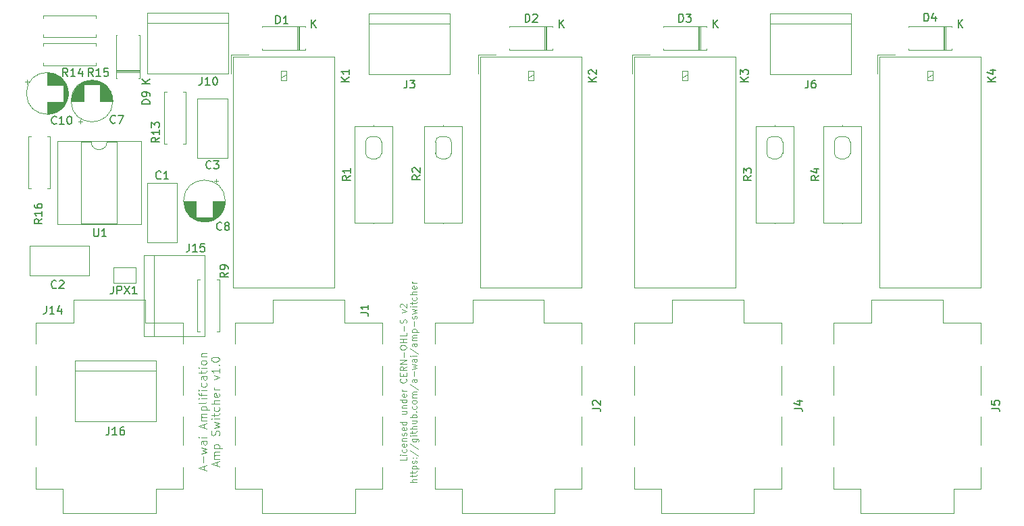
<source format=gto>
%TF.GenerationSoftware,KiCad,Pcbnew,9.0.0+dfsg-1*%
%TF.CreationDate,2025-03-12T17:55:30+01:00*%
%TF.ProjectId,relays-array-4,72656c61-7973-42d6-9172-7261792d342e,1.0*%
%TF.SameCoordinates,Original*%
%TF.FileFunction,Legend,Top*%
%TF.FilePolarity,Positive*%
%FSLAX46Y46*%
G04 Gerber Fmt 4.6, Leading zero omitted, Abs format (unit mm)*
G04 Created by KiCad (PCBNEW 9.0.0+dfsg-1) date 2025-03-12 17:55:30*
%MOMM*%
%LPD*%
G01*
G04 APERTURE LIST*
%ADD10C,0.100000*%
%ADD11C,0.150000*%
%ADD12C,0.120000*%
G04 APERTURE END LIST*
D10*
X84108940Y-122809524D02*
X84108940Y-123190476D01*
X84108940Y-123190476D02*
X83308940Y-123190476D01*
X84108940Y-122542857D02*
X83575606Y-122542857D01*
X83308940Y-122542857D02*
X83347035Y-122580953D01*
X83347035Y-122580953D02*
X83385130Y-122542857D01*
X83385130Y-122542857D02*
X83347035Y-122504762D01*
X83347035Y-122504762D02*
X83308940Y-122542857D01*
X83308940Y-122542857D02*
X83385130Y-122542857D01*
X84070845Y-121819048D02*
X84108940Y-121895239D01*
X84108940Y-121895239D02*
X84108940Y-122047620D01*
X84108940Y-122047620D02*
X84070845Y-122123810D01*
X84070845Y-122123810D02*
X84032749Y-122161905D01*
X84032749Y-122161905D02*
X83956559Y-122200001D01*
X83956559Y-122200001D02*
X83727987Y-122200001D01*
X83727987Y-122200001D02*
X83651797Y-122161905D01*
X83651797Y-122161905D02*
X83613702Y-122123810D01*
X83613702Y-122123810D02*
X83575606Y-122047620D01*
X83575606Y-122047620D02*
X83575606Y-121895239D01*
X83575606Y-121895239D02*
X83613702Y-121819048D01*
X84070845Y-121171429D02*
X84108940Y-121247620D01*
X84108940Y-121247620D02*
X84108940Y-121400001D01*
X84108940Y-121400001D02*
X84070845Y-121476191D01*
X84070845Y-121476191D02*
X83994654Y-121514287D01*
X83994654Y-121514287D02*
X83689892Y-121514287D01*
X83689892Y-121514287D02*
X83613702Y-121476191D01*
X83613702Y-121476191D02*
X83575606Y-121400001D01*
X83575606Y-121400001D02*
X83575606Y-121247620D01*
X83575606Y-121247620D02*
X83613702Y-121171429D01*
X83613702Y-121171429D02*
X83689892Y-121133334D01*
X83689892Y-121133334D02*
X83766083Y-121133334D01*
X83766083Y-121133334D02*
X83842273Y-121514287D01*
X83575606Y-120790477D02*
X84108940Y-120790477D01*
X83651797Y-120790477D02*
X83613702Y-120752382D01*
X83613702Y-120752382D02*
X83575606Y-120676192D01*
X83575606Y-120676192D02*
X83575606Y-120561906D01*
X83575606Y-120561906D02*
X83613702Y-120485715D01*
X83613702Y-120485715D02*
X83689892Y-120447620D01*
X83689892Y-120447620D02*
X84108940Y-120447620D01*
X84070845Y-120104763D02*
X84108940Y-120028572D01*
X84108940Y-120028572D02*
X84108940Y-119876191D01*
X84108940Y-119876191D02*
X84070845Y-119800001D01*
X84070845Y-119800001D02*
X83994654Y-119761905D01*
X83994654Y-119761905D02*
X83956559Y-119761905D01*
X83956559Y-119761905D02*
X83880368Y-119800001D01*
X83880368Y-119800001D02*
X83842273Y-119876191D01*
X83842273Y-119876191D02*
X83842273Y-119990477D01*
X83842273Y-119990477D02*
X83804178Y-120066667D01*
X83804178Y-120066667D02*
X83727987Y-120104763D01*
X83727987Y-120104763D02*
X83689892Y-120104763D01*
X83689892Y-120104763D02*
X83613702Y-120066667D01*
X83613702Y-120066667D02*
X83575606Y-119990477D01*
X83575606Y-119990477D02*
X83575606Y-119876191D01*
X83575606Y-119876191D02*
X83613702Y-119800001D01*
X84070845Y-119114286D02*
X84108940Y-119190477D01*
X84108940Y-119190477D02*
X84108940Y-119342858D01*
X84108940Y-119342858D02*
X84070845Y-119419048D01*
X84070845Y-119419048D02*
X83994654Y-119457144D01*
X83994654Y-119457144D02*
X83689892Y-119457144D01*
X83689892Y-119457144D02*
X83613702Y-119419048D01*
X83613702Y-119419048D02*
X83575606Y-119342858D01*
X83575606Y-119342858D02*
X83575606Y-119190477D01*
X83575606Y-119190477D02*
X83613702Y-119114286D01*
X83613702Y-119114286D02*
X83689892Y-119076191D01*
X83689892Y-119076191D02*
X83766083Y-119076191D01*
X83766083Y-119076191D02*
X83842273Y-119457144D01*
X84108940Y-118390477D02*
X83308940Y-118390477D01*
X84070845Y-118390477D02*
X84108940Y-118466668D01*
X84108940Y-118466668D02*
X84108940Y-118619049D01*
X84108940Y-118619049D02*
X84070845Y-118695239D01*
X84070845Y-118695239D02*
X84032749Y-118733334D01*
X84032749Y-118733334D02*
X83956559Y-118771430D01*
X83956559Y-118771430D02*
X83727987Y-118771430D01*
X83727987Y-118771430D02*
X83651797Y-118733334D01*
X83651797Y-118733334D02*
X83613702Y-118695239D01*
X83613702Y-118695239D02*
X83575606Y-118619049D01*
X83575606Y-118619049D02*
X83575606Y-118466668D01*
X83575606Y-118466668D02*
X83613702Y-118390477D01*
X83575606Y-117057143D02*
X84108940Y-117057143D01*
X83575606Y-117400000D02*
X83994654Y-117400000D01*
X83994654Y-117400000D02*
X84070845Y-117361905D01*
X84070845Y-117361905D02*
X84108940Y-117285715D01*
X84108940Y-117285715D02*
X84108940Y-117171429D01*
X84108940Y-117171429D02*
X84070845Y-117095238D01*
X84070845Y-117095238D02*
X84032749Y-117057143D01*
X83575606Y-116676190D02*
X84108940Y-116676190D01*
X83651797Y-116676190D02*
X83613702Y-116638095D01*
X83613702Y-116638095D02*
X83575606Y-116561905D01*
X83575606Y-116561905D02*
X83575606Y-116447619D01*
X83575606Y-116447619D02*
X83613702Y-116371428D01*
X83613702Y-116371428D02*
X83689892Y-116333333D01*
X83689892Y-116333333D02*
X84108940Y-116333333D01*
X84108940Y-115609523D02*
X83308940Y-115609523D01*
X84070845Y-115609523D02*
X84108940Y-115685714D01*
X84108940Y-115685714D02*
X84108940Y-115838095D01*
X84108940Y-115838095D02*
X84070845Y-115914285D01*
X84070845Y-115914285D02*
X84032749Y-115952380D01*
X84032749Y-115952380D02*
X83956559Y-115990476D01*
X83956559Y-115990476D02*
X83727987Y-115990476D01*
X83727987Y-115990476D02*
X83651797Y-115952380D01*
X83651797Y-115952380D02*
X83613702Y-115914285D01*
X83613702Y-115914285D02*
X83575606Y-115838095D01*
X83575606Y-115838095D02*
X83575606Y-115685714D01*
X83575606Y-115685714D02*
X83613702Y-115609523D01*
X84070845Y-114923808D02*
X84108940Y-114999999D01*
X84108940Y-114999999D02*
X84108940Y-115152380D01*
X84108940Y-115152380D02*
X84070845Y-115228570D01*
X84070845Y-115228570D02*
X83994654Y-115266666D01*
X83994654Y-115266666D02*
X83689892Y-115266666D01*
X83689892Y-115266666D02*
X83613702Y-115228570D01*
X83613702Y-115228570D02*
X83575606Y-115152380D01*
X83575606Y-115152380D02*
X83575606Y-114999999D01*
X83575606Y-114999999D02*
X83613702Y-114923808D01*
X83613702Y-114923808D02*
X83689892Y-114885713D01*
X83689892Y-114885713D02*
X83766083Y-114885713D01*
X83766083Y-114885713D02*
X83842273Y-115266666D01*
X84108940Y-114542856D02*
X83575606Y-114542856D01*
X83727987Y-114542856D02*
X83651797Y-114504761D01*
X83651797Y-114504761D02*
X83613702Y-114466666D01*
X83613702Y-114466666D02*
X83575606Y-114390475D01*
X83575606Y-114390475D02*
X83575606Y-114314285D01*
X84032749Y-112980951D02*
X84070845Y-113019047D01*
X84070845Y-113019047D02*
X84108940Y-113133332D01*
X84108940Y-113133332D02*
X84108940Y-113209523D01*
X84108940Y-113209523D02*
X84070845Y-113323809D01*
X84070845Y-113323809D02*
X83994654Y-113399999D01*
X83994654Y-113399999D02*
X83918464Y-113438094D01*
X83918464Y-113438094D02*
X83766083Y-113476190D01*
X83766083Y-113476190D02*
X83651797Y-113476190D01*
X83651797Y-113476190D02*
X83499416Y-113438094D01*
X83499416Y-113438094D02*
X83423225Y-113399999D01*
X83423225Y-113399999D02*
X83347035Y-113323809D01*
X83347035Y-113323809D02*
X83308940Y-113209523D01*
X83308940Y-113209523D02*
X83308940Y-113133332D01*
X83308940Y-113133332D02*
X83347035Y-113019047D01*
X83347035Y-113019047D02*
X83385130Y-112980951D01*
X83689892Y-112638094D02*
X83689892Y-112371428D01*
X84108940Y-112257142D02*
X84108940Y-112638094D01*
X84108940Y-112638094D02*
X83308940Y-112638094D01*
X83308940Y-112638094D02*
X83308940Y-112257142D01*
X84108940Y-111457141D02*
X83727987Y-111723808D01*
X84108940Y-111914284D02*
X83308940Y-111914284D01*
X83308940Y-111914284D02*
X83308940Y-111609522D01*
X83308940Y-111609522D02*
X83347035Y-111533332D01*
X83347035Y-111533332D02*
X83385130Y-111495237D01*
X83385130Y-111495237D02*
X83461321Y-111457141D01*
X83461321Y-111457141D02*
X83575606Y-111457141D01*
X83575606Y-111457141D02*
X83651797Y-111495237D01*
X83651797Y-111495237D02*
X83689892Y-111533332D01*
X83689892Y-111533332D02*
X83727987Y-111609522D01*
X83727987Y-111609522D02*
X83727987Y-111914284D01*
X84108940Y-111114284D02*
X83308940Y-111114284D01*
X83308940Y-111114284D02*
X84108940Y-110657141D01*
X84108940Y-110657141D02*
X83308940Y-110657141D01*
X83804178Y-110276189D02*
X83804178Y-109666666D01*
X83308940Y-109133332D02*
X83308940Y-108980951D01*
X83308940Y-108980951D02*
X83347035Y-108904761D01*
X83347035Y-108904761D02*
X83423225Y-108828570D01*
X83423225Y-108828570D02*
X83575606Y-108790475D01*
X83575606Y-108790475D02*
X83842273Y-108790475D01*
X83842273Y-108790475D02*
X83994654Y-108828570D01*
X83994654Y-108828570D02*
X84070845Y-108904761D01*
X84070845Y-108904761D02*
X84108940Y-108980951D01*
X84108940Y-108980951D02*
X84108940Y-109133332D01*
X84108940Y-109133332D02*
X84070845Y-109209523D01*
X84070845Y-109209523D02*
X83994654Y-109285713D01*
X83994654Y-109285713D02*
X83842273Y-109323809D01*
X83842273Y-109323809D02*
X83575606Y-109323809D01*
X83575606Y-109323809D02*
X83423225Y-109285713D01*
X83423225Y-109285713D02*
X83347035Y-109209523D01*
X83347035Y-109209523D02*
X83308940Y-109133332D01*
X84108940Y-108447618D02*
X83308940Y-108447618D01*
X83689892Y-108447618D02*
X83689892Y-107990475D01*
X84108940Y-107990475D02*
X83308940Y-107990475D01*
X84108940Y-107228571D02*
X84108940Y-107609523D01*
X84108940Y-107609523D02*
X83308940Y-107609523D01*
X83804178Y-106961904D02*
X83804178Y-106352381D01*
X84070845Y-106009524D02*
X84108940Y-105895238D01*
X84108940Y-105895238D02*
X84108940Y-105704762D01*
X84108940Y-105704762D02*
X84070845Y-105628571D01*
X84070845Y-105628571D02*
X84032749Y-105590476D01*
X84032749Y-105590476D02*
X83956559Y-105552381D01*
X83956559Y-105552381D02*
X83880368Y-105552381D01*
X83880368Y-105552381D02*
X83804178Y-105590476D01*
X83804178Y-105590476D02*
X83766083Y-105628571D01*
X83766083Y-105628571D02*
X83727987Y-105704762D01*
X83727987Y-105704762D02*
X83689892Y-105857143D01*
X83689892Y-105857143D02*
X83651797Y-105933333D01*
X83651797Y-105933333D02*
X83613702Y-105971428D01*
X83613702Y-105971428D02*
X83537511Y-106009524D01*
X83537511Y-106009524D02*
X83461321Y-106009524D01*
X83461321Y-106009524D02*
X83385130Y-105971428D01*
X83385130Y-105971428D02*
X83347035Y-105933333D01*
X83347035Y-105933333D02*
X83308940Y-105857143D01*
X83308940Y-105857143D02*
X83308940Y-105666666D01*
X83308940Y-105666666D02*
X83347035Y-105552381D01*
X83575606Y-104676190D02*
X84108940Y-104485714D01*
X84108940Y-104485714D02*
X83575606Y-104295237D01*
X83385130Y-104028571D02*
X83347035Y-103990475D01*
X83347035Y-103990475D02*
X83308940Y-103914285D01*
X83308940Y-103914285D02*
X83308940Y-103723809D01*
X83308940Y-103723809D02*
X83347035Y-103647618D01*
X83347035Y-103647618D02*
X83385130Y-103609523D01*
X83385130Y-103609523D02*
X83461321Y-103571428D01*
X83461321Y-103571428D02*
X83537511Y-103571428D01*
X83537511Y-103571428D02*
X83651797Y-103609523D01*
X83651797Y-103609523D02*
X84108940Y-104066666D01*
X84108940Y-104066666D02*
X84108940Y-103571428D01*
X85396895Y-125914286D02*
X84596895Y-125914286D01*
X85396895Y-125571429D02*
X84977847Y-125571429D01*
X84977847Y-125571429D02*
X84901657Y-125609524D01*
X84901657Y-125609524D02*
X84863561Y-125685715D01*
X84863561Y-125685715D02*
X84863561Y-125800001D01*
X84863561Y-125800001D02*
X84901657Y-125876191D01*
X84901657Y-125876191D02*
X84939752Y-125914286D01*
X84863561Y-125304762D02*
X84863561Y-125000000D01*
X84596895Y-125190476D02*
X85282609Y-125190476D01*
X85282609Y-125190476D02*
X85358800Y-125152381D01*
X85358800Y-125152381D02*
X85396895Y-125076191D01*
X85396895Y-125076191D02*
X85396895Y-125000000D01*
X84863561Y-124847619D02*
X84863561Y-124542857D01*
X84596895Y-124733333D02*
X85282609Y-124733333D01*
X85282609Y-124733333D02*
X85358800Y-124695238D01*
X85358800Y-124695238D02*
X85396895Y-124619048D01*
X85396895Y-124619048D02*
X85396895Y-124542857D01*
X84863561Y-124276190D02*
X85663561Y-124276190D01*
X84901657Y-124276190D02*
X84863561Y-124200000D01*
X84863561Y-124200000D02*
X84863561Y-124047619D01*
X84863561Y-124047619D02*
X84901657Y-123971428D01*
X84901657Y-123971428D02*
X84939752Y-123933333D01*
X84939752Y-123933333D02*
X85015942Y-123895238D01*
X85015942Y-123895238D02*
X85244514Y-123895238D01*
X85244514Y-123895238D02*
X85320704Y-123933333D01*
X85320704Y-123933333D02*
X85358800Y-123971428D01*
X85358800Y-123971428D02*
X85396895Y-124047619D01*
X85396895Y-124047619D02*
X85396895Y-124200000D01*
X85396895Y-124200000D02*
X85358800Y-124276190D01*
X85358800Y-123590476D02*
X85396895Y-123514285D01*
X85396895Y-123514285D02*
X85396895Y-123361904D01*
X85396895Y-123361904D02*
X85358800Y-123285714D01*
X85358800Y-123285714D02*
X85282609Y-123247618D01*
X85282609Y-123247618D02*
X85244514Y-123247618D01*
X85244514Y-123247618D02*
X85168323Y-123285714D01*
X85168323Y-123285714D02*
X85130228Y-123361904D01*
X85130228Y-123361904D02*
X85130228Y-123476190D01*
X85130228Y-123476190D02*
X85092133Y-123552380D01*
X85092133Y-123552380D02*
X85015942Y-123590476D01*
X85015942Y-123590476D02*
X84977847Y-123590476D01*
X84977847Y-123590476D02*
X84901657Y-123552380D01*
X84901657Y-123552380D02*
X84863561Y-123476190D01*
X84863561Y-123476190D02*
X84863561Y-123361904D01*
X84863561Y-123361904D02*
X84901657Y-123285714D01*
X85320704Y-122904761D02*
X85358800Y-122866666D01*
X85358800Y-122866666D02*
X85396895Y-122904761D01*
X85396895Y-122904761D02*
X85358800Y-122942857D01*
X85358800Y-122942857D02*
X85320704Y-122904761D01*
X85320704Y-122904761D02*
X85396895Y-122904761D01*
X84901657Y-122904761D02*
X84939752Y-122866666D01*
X84939752Y-122866666D02*
X84977847Y-122904761D01*
X84977847Y-122904761D02*
X84939752Y-122942857D01*
X84939752Y-122942857D02*
X84901657Y-122904761D01*
X84901657Y-122904761D02*
X84977847Y-122904761D01*
X84558800Y-121952381D02*
X85587371Y-122638095D01*
X84558800Y-121114286D02*
X85587371Y-121800000D01*
X84863561Y-120504762D02*
X85511180Y-120504762D01*
X85511180Y-120504762D02*
X85587371Y-120542857D01*
X85587371Y-120542857D02*
X85625466Y-120580953D01*
X85625466Y-120580953D02*
X85663561Y-120657143D01*
X85663561Y-120657143D02*
X85663561Y-120771429D01*
X85663561Y-120771429D02*
X85625466Y-120847619D01*
X85358800Y-120504762D02*
X85396895Y-120580953D01*
X85396895Y-120580953D02*
X85396895Y-120733334D01*
X85396895Y-120733334D02*
X85358800Y-120809524D01*
X85358800Y-120809524D02*
X85320704Y-120847619D01*
X85320704Y-120847619D02*
X85244514Y-120885715D01*
X85244514Y-120885715D02*
X85015942Y-120885715D01*
X85015942Y-120885715D02*
X84939752Y-120847619D01*
X84939752Y-120847619D02*
X84901657Y-120809524D01*
X84901657Y-120809524D02*
X84863561Y-120733334D01*
X84863561Y-120733334D02*
X84863561Y-120580953D01*
X84863561Y-120580953D02*
X84901657Y-120504762D01*
X85396895Y-120123809D02*
X84863561Y-120123809D01*
X84596895Y-120123809D02*
X84634990Y-120161905D01*
X84634990Y-120161905D02*
X84673085Y-120123809D01*
X84673085Y-120123809D02*
X84634990Y-120085714D01*
X84634990Y-120085714D02*
X84596895Y-120123809D01*
X84596895Y-120123809D02*
X84673085Y-120123809D01*
X84863561Y-119857143D02*
X84863561Y-119552381D01*
X84596895Y-119742857D02*
X85282609Y-119742857D01*
X85282609Y-119742857D02*
X85358800Y-119704762D01*
X85358800Y-119704762D02*
X85396895Y-119628572D01*
X85396895Y-119628572D02*
X85396895Y-119552381D01*
X85396895Y-119285714D02*
X84596895Y-119285714D01*
X85396895Y-118942857D02*
X84977847Y-118942857D01*
X84977847Y-118942857D02*
X84901657Y-118980952D01*
X84901657Y-118980952D02*
X84863561Y-119057143D01*
X84863561Y-119057143D02*
X84863561Y-119171429D01*
X84863561Y-119171429D02*
X84901657Y-119247619D01*
X84901657Y-119247619D02*
X84939752Y-119285714D01*
X84863561Y-118219047D02*
X85396895Y-118219047D01*
X84863561Y-118561904D02*
X85282609Y-118561904D01*
X85282609Y-118561904D02*
X85358800Y-118523809D01*
X85358800Y-118523809D02*
X85396895Y-118447619D01*
X85396895Y-118447619D02*
X85396895Y-118333333D01*
X85396895Y-118333333D02*
X85358800Y-118257142D01*
X85358800Y-118257142D02*
X85320704Y-118219047D01*
X85396895Y-117838094D02*
X84596895Y-117838094D01*
X84901657Y-117838094D02*
X84863561Y-117761904D01*
X84863561Y-117761904D02*
X84863561Y-117609523D01*
X84863561Y-117609523D02*
X84901657Y-117533332D01*
X84901657Y-117533332D02*
X84939752Y-117495237D01*
X84939752Y-117495237D02*
X85015942Y-117457142D01*
X85015942Y-117457142D02*
X85244514Y-117457142D01*
X85244514Y-117457142D02*
X85320704Y-117495237D01*
X85320704Y-117495237D02*
X85358800Y-117533332D01*
X85358800Y-117533332D02*
X85396895Y-117609523D01*
X85396895Y-117609523D02*
X85396895Y-117761904D01*
X85396895Y-117761904D02*
X85358800Y-117838094D01*
X85320704Y-117114284D02*
X85358800Y-117076189D01*
X85358800Y-117076189D02*
X85396895Y-117114284D01*
X85396895Y-117114284D02*
X85358800Y-117152380D01*
X85358800Y-117152380D02*
X85320704Y-117114284D01*
X85320704Y-117114284D02*
X85396895Y-117114284D01*
X85358800Y-116390475D02*
X85396895Y-116466666D01*
X85396895Y-116466666D02*
X85396895Y-116619047D01*
X85396895Y-116619047D02*
X85358800Y-116695237D01*
X85358800Y-116695237D02*
X85320704Y-116733332D01*
X85320704Y-116733332D02*
X85244514Y-116771428D01*
X85244514Y-116771428D02*
X85015942Y-116771428D01*
X85015942Y-116771428D02*
X84939752Y-116733332D01*
X84939752Y-116733332D02*
X84901657Y-116695237D01*
X84901657Y-116695237D02*
X84863561Y-116619047D01*
X84863561Y-116619047D02*
X84863561Y-116466666D01*
X84863561Y-116466666D02*
X84901657Y-116390475D01*
X85396895Y-115933333D02*
X85358800Y-116009523D01*
X85358800Y-116009523D02*
X85320704Y-116047618D01*
X85320704Y-116047618D02*
X85244514Y-116085714D01*
X85244514Y-116085714D02*
X85015942Y-116085714D01*
X85015942Y-116085714D02*
X84939752Y-116047618D01*
X84939752Y-116047618D02*
X84901657Y-116009523D01*
X84901657Y-116009523D02*
X84863561Y-115933333D01*
X84863561Y-115933333D02*
X84863561Y-115819047D01*
X84863561Y-115819047D02*
X84901657Y-115742856D01*
X84901657Y-115742856D02*
X84939752Y-115704761D01*
X84939752Y-115704761D02*
X85015942Y-115666666D01*
X85015942Y-115666666D02*
X85244514Y-115666666D01*
X85244514Y-115666666D02*
X85320704Y-115704761D01*
X85320704Y-115704761D02*
X85358800Y-115742856D01*
X85358800Y-115742856D02*
X85396895Y-115819047D01*
X85396895Y-115819047D02*
X85396895Y-115933333D01*
X85396895Y-115323808D02*
X84863561Y-115323808D01*
X84939752Y-115323808D02*
X84901657Y-115285713D01*
X84901657Y-115285713D02*
X84863561Y-115209523D01*
X84863561Y-115209523D02*
X84863561Y-115095237D01*
X84863561Y-115095237D02*
X84901657Y-115019046D01*
X84901657Y-115019046D02*
X84977847Y-114980951D01*
X84977847Y-114980951D02*
X85396895Y-114980951D01*
X84977847Y-114980951D02*
X84901657Y-114942856D01*
X84901657Y-114942856D02*
X84863561Y-114866665D01*
X84863561Y-114866665D02*
X84863561Y-114752380D01*
X84863561Y-114752380D02*
X84901657Y-114676189D01*
X84901657Y-114676189D02*
X84977847Y-114638094D01*
X84977847Y-114638094D02*
X85396895Y-114638094D01*
X84558800Y-113685713D02*
X85587371Y-114371427D01*
X85396895Y-113076189D02*
X84977847Y-113076189D01*
X84977847Y-113076189D02*
X84901657Y-113114284D01*
X84901657Y-113114284D02*
X84863561Y-113190475D01*
X84863561Y-113190475D02*
X84863561Y-113342856D01*
X84863561Y-113342856D02*
X84901657Y-113419046D01*
X85358800Y-113076189D02*
X85396895Y-113152380D01*
X85396895Y-113152380D02*
X85396895Y-113342856D01*
X85396895Y-113342856D02*
X85358800Y-113419046D01*
X85358800Y-113419046D02*
X85282609Y-113457142D01*
X85282609Y-113457142D02*
X85206419Y-113457142D01*
X85206419Y-113457142D02*
X85130228Y-113419046D01*
X85130228Y-113419046D02*
X85092133Y-113342856D01*
X85092133Y-113342856D02*
X85092133Y-113152380D01*
X85092133Y-113152380D02*
X85054038Y-113076189D01*
X85092133Y-112695236D02*
X85092133Y-112085713D01*
X84863561Y-111780951D02*
X85396895Y-111628570D01*
X85396895Y-111628570D02*
X85015942Y-111476189D01*
X85015942Y-111476189D02*
X85396895Y-111323808D01*
X85396895Y-111323808D02*
X84863561Y-111171427D01*
X85396895Y-110523808D02*
X84977847Y-110523808D01*
X84977847Y-110523808D02*
X84901657Y-110561903D01*
X84901657Y-110561903D02*
X84863561Y-110638094D01*
X84863561Y-110638094D02*
X84863561Y-110790475D01*
X84863561Y-110790475D02*
X84901657Y-110866665D01*
X85358800Y-110523808D02*
X85396895Y-110599999D01*
X85396895Y-110599999D02*
X85396895Y-110790475D01*
X85396895Y-110790475D02*
X85358800Y-110866665D01*
X85358800Y-110866665D02*
X85282609Y-110904761D01*
X85282609Y-110904761D02*
X85206419Y-110904761D01*
X85206419Y-110904761D02*
X85130228Y-110866665D01*
X85130228Y-110866665D02*
X85092133Y-110790475D01*
X85092133Y-110790475D02*
X85092133Y-110599999D01*
X85092133Y-110599999D02*
X85054038Y-110523808D01*
X85396895Y-110142855D02*
X84863561Y-110142855D01*
X84596895Y-110142855D02*
X84634990Y-110180951D01*
X84634990Y-110180951D02*
X84673085Y-110142855D01*
X84673085Y-110142855D02*
X84634990Y-110104760D01*
X84634990Y-110104760D02*
X84596895Y-110142855D01*
X84596895Y-110142855D02*
X84673085Y-110142855D01*
X84558800Y-109190475D02*
X85587371Y-109876189D01*
X85396895Y-108580951D02*
X84977847Y-108580951D01*
X84977847Y-108580951D02*
X84901657Y-108619046D01*
X84901657Y-108619046D02*
X84863561Y-108695237D01*
X84863561Y-108695237D02*
X84863561Y-108847618D01*
X84863561Y-108847618D02*
X84901657Y-108923808D01*
X85358800Y-108580951D02*
X85396895Y-108657142D01*
X85396895Y-108657142D02*
X85396895Y-108847618D01*
X85396895Y-108847618D02*
X85358800Y-108923808D01*
X85358800Y-108923808D02*
X85282609Y-108961904D01*
X85282609Y-108961904D02*
X85206419Y-108961904D01*
X85206419Y-108961904D02*
X85130228Y-108923808D01*
X85130228Y-108923808D02*
X85092133Y-108847618D01*
X85092133Y-108847618D02*
X85092133Y-108657142D01*
X85092133Y-108657142D02*
X85054038Y-108580951D01*
X85396895Y-108199998D02*
X84863561Y-108199998D01*
X84939752Y-108199998D02*
X84901657Y-108161903D01*
X84901657Y-108161903D02*
X84863561Y-108085713D01*
X84863561Y-108085713D02*
X84863561Y-107971427D01*
X84863561Y-107971427D02*
X84901657Y-107895236D01*
X84901657Y-107895236D02*
X84977847Y-107857141D01*
X84977847Y-107857141D02*
X85396895Y-107857141D01*
X84977847Y-107857141D02*
X84901657Y-107819046D01*
X84901657Y-107819046D02*
X84863561Y-107742855D01*
X84863561Y-107742855D02*
X84863561Y-107628570D01*
X84863561Y-107628570D02*
X84901657Y-107552379D01*
X84901657Y-107552379D02*
X84977847Y-107514284D01*
X84977847Y-107514284D02*
X85396895Y-107514284D01*
X84863561Y-107133331D02*
X85663561Y-107133331D01*
X84901657Y-107133331D02*
X84863561Y-107057141D01*
X84863561Y-107057141D02*
X84863561Y-106904760D01*
X84863561Y-106904760D02*
X84901657Y-106828569D01*
X84901657Y-106828569D02*
X84939752Y-106790474D01*
X84939752Y-106790474D02*
X85015942Y-106752379D01*
X85015942Y-106752379D02*
X85244514Y-106752379D01*
X85244514Y-106752379D02*
X85320704Y-106790474D01*
X85320704Y-106790474D02*
X85358800Y-106828569D01*
X85358800Y-106828569D02*
X85396895Y-106904760D01*
X85396895Y-106904760D02*
X85396895Y-107057141D01*
X85396895Y-107057141D02*
X85358800Y-107133331D01*
X85092133Y-106409521D02*
X85092133Y-105799998D01*
X85358800Y-105457141D02*
X85396895Y-105380950D01*
X85396895Y-105380950D02*
X85396895Y-105228569D01*
X85396895Y-105228569D02*
X85358800Y-105152379D01*
X85358800Y-105152379D02*
X85282609Y-105114283D01*
X85282609Y-105114283D02*
X85244514Y-105114283D01*
X85244514Y-105114283D02*
X85168323Y-105152379D01*
X85168323Y-105152379D02*
X85130228Y-105228569D01*
X85130228Y-105228569D02*
X85130228Y-105342855D01*
X85130228Y-105342855D02*
X85092133Y-105419045D01*
X85092133Y-105419045D02*
X85015942Y-105457141D01*
X85015942Y-105457141D02*
X84977847Y-105457141D01*
X84977847Y-105457141D02*
X84901657Y-105419045D01*
X84901657Y-105419045D02*
X84863561Y-105342855D01*
X84863561Y-105342855D02*
X84863561Y-105228569D01*
X84863561Y-105228569D02*
X84901657Y-105152379D01*
X84863561Y-104847617D02*
X85396895Y-104695236D01*
X85396895Y-104695236D02*
X85015942Y-104542855D01*
X85015942Y-104542855D02*
X85396895Y-104390474D01*
X85396895Y-104390474D02*
X84863561Y-104238093D01*
X85396895Y-103933331D02*
X84863561Y-103933331D01*
X84596895Y-103933331D02*
X84634990Y-103971427D01*
X84634990Y-103971427D02*
X84673085Y-103933331D01*
X84673085Y-103933331D02*
X84634990Y-103895236D01*
X84634990Y-103895236D02*
X84596895Y-103933331D01*
X84596895Y-103933331D02*
X84673085Y-103933331D01*
X84863561Y-103666665D02*
X84863561Y-103361903D01*
X84596895Y-103552379D02*
X85282609Y-103552379D01*
X85282609Y-103552379D02*
X85358800Y-103514284D01*
X85358800Y-103514284D02*
X85396895Y-103438094D01*
X85396895Y-103438094D02*
X85396895Y-103361903D01*
X85358800Y-102752379D02*
X85396895Y-102828570D01*
X85396895Y-102828570D02*
X85396895Y-102980951D01*
X85396895Y-102980951D02*
X85358800Y-103057141D01*
X85358800Y-103057141D02*
X85320704Y-103095236D01*
X85320704Y-103095236D02*
X85244514Y-103133332D01*
X85244514Y-103133332D02*
X85015942Y-103133332D01*
X85015942Y-103133332D02*
X84939752Y-103095236D01*
X84939752Y-103095236D02*
X84901657Y-103057141D01*
X84901657Y-103057141D02*
X84863561Y-102980951D01*
X84863561Y-102980951D02*
X84863561Y-102828570D01*
X84863561Y-102828570D02*
X84901657Y-102752379D01*
X85396895Y-102409522D02*
X84596895Y-102409522D01*
X85396895Y-102066665D02*
X84977847Y-102066665D01*
X84977847Y-102066665D02*
X84901657Y-102104760D01*
X84901657Y-102104760D02*
X84863561Y-102180951D01*
X84863561Y-102180951D02*
X84863561Y-102295237D01*
X84863561Y-102295237D02*
X84901657Y-102371427D01*
X84901657Y-102371427D02*
X84939752Y-102409522D01*
X85358800Y-101380950D02*
X85396895Y-101457141D01*
X85396895Y-101457141D02*
X85396895Y-101609522D01*
X85396895Y-101609522D02*
X85358800Y-101685712D01*
X85358800Y-101685712D02*
X85282609Y-101723808D01*
X85282609Y-101723808D02*
X84977847Y-101723808D01*
X84977847Y-101723808D02*
X84901657Y-101685712D01*
X84901657Y-101685712D02*
X84863561Y-101609522D01*
X84863561Y-101609522D02*
X84863561Y-101457141D01*
X84863561Y-101457141D02*
X84901657Y-101380950D01*
X84901657Y-101380950D02*
X84977847Y-101342855D01*
X84977847Y-101342855D02*
X85054038Y-101342855D01*
X85054038Y-101342855D02*
X85130228Y-101723808D01*
X85396895Y-100999998D02*
X84863561Y-100999998D01*
X85015942Y-100999998D02*
X84939752Y-100961903D01*
X84939752Y-100961903D02*
X84901657Y-100923808D01*
X84901657Y-100923808D02*
X84863561Y-100847617D01*
X84863561Y-100847617D02*
X84863561Y-100771427D01*
X58776760Y-124433332D02*
X58776760Y-123957142D01*
X59062475Y-124528570D02*
X58062475Y-124195237D01*
X58062475Y-124195237D02*
X59062475Y-123861904D01*
X58681522Y-123528570D02*
X58681522Y-122766666D01*
X58395808Y-122385713D02*
X59062475Y-122195237D01*
X59062475Y-122195237D02*
X58586284Y-122004761D01*
X58586284Y-122004761D02*
X59062475Y-121814285D01*
X59062475Y-121814285D02*
X58395808Y-121623809D01*
X59062475Y-120814285D02*
X58538665Y-120814285D01*
X58538665Y-120814285D02*
X58443427Y-120861904D01*
X58443427Y-120861904D02*
X58395808Y-120957142D01*
X58395808Y-120957142D02*
X58395808Y-121147618D01*
X58395808Y-121147618D02*
X58443427Y-121242856D01*
X59014856Y-120814285D02*
X59062475Y-120909523D01*
X59062475Y-120909523D02*
X59062475Y-121147618D01*
X59062475Y-121147618D02*
X59014856Y-121242856D01*
X59014856Y-121242856D02*
X58919617Y-121290475D01*
X58919617Y-121290475D02*
X58824379Y-121290475D01*
X58824379Y-121290475D02*
X58729141Y-121242856D01*
X58729141Y-121242856D02*
X58681522Y-121147618D01*
X58681522Y-121147618D02*
X58681522Y-120909523D01*
X58681522Y-120909523D02*
X58633903Y-120814285D01*
X59062475Y-120338094D02*
X58395808Y-120338094D01*
X58062475Y-120338094D02*
X58110094Y-120385713D01*
X58110094Y-120385713D02*
X58157713Y-120338094D01*
X58157713Y-120338094D02*
X58110094Y-120290475D01*
X58110094Y-120290475D02*
X58062475Y-120338094D01*
X58062475Y-120338094D02*
X58157713Y-120338094D01*
X58776760Y-119147618D02*
X58776760Y-118671428D01*
X59062475Y-119242856D02*
X58062475Y-118909523D01*
X58062475Y-118909523D02*
X59062475Y-118576190D01*
X59062475Y-118242856D02*
X58395808Y-118242856D01*
X58491046Y-118242856D02*
X58443427Y-118195237D01*
X58443427Y-118195237D02*
X58395808Y-118099999D01*
X58395808Y-118099999D02*
X58395808Y-117957142D01*
X58395808Y-117957142D02*
X58443427Y-117861904D01*
X58443427Y-117861904D02*
X58538665Y-117814285D01*
X58538665Y-117814285D02*
X59062475Y-117814285D01*
X58538665Y-117814285D02*
X58443427Y-117766666D01*
X58443427Y-117766666D02*
X58395808Y-117671428D01*
X58395808Y-117671428D02*
X58395808Y-117528571D01*
X58395808Y-117528571D02*
X58443427Y-117433332D01*
X58443427Y-117433332D02*
X58538665Y-117385713D01*
X58538665Y-117385713D02*
X59062475Y-117385713D01*
X58395808Y-116909523D02*
X59395808Y-116909523D01*
X58443427Y-116909523D02*
X58395808Y-116814285D01*
X58395808Y-116814285D02*
X58395808Y-116623809D01*
X58395808Y-116623809D02*
X58443427Y-116528571D01*
X58443427Y-116528571D02*
X58491046Y-116480952D01*
X58491046Y-116480952D02*
X58586284Y-116433333D01*
X58586284Y-116433333D02*
X58871998Y-116433333D01*
X58871998Y-116433333D02*
X58967236Y-116480952D01*
X58967236Y-116480952D02*
X59014856Y-116528571D01*
X59014856Y-116528571D02*
X59062475Y-116623809D01*
X59062475Y-116623809D02*
X59062475Y-116814285D01*
X59062475Y-116814285D02*
X59014856Y-116909523D01*
X59062475Y-115861904D02*
X59014856Y-115957142D01*
X59014856Y-115957142D02*
X58919617Y-116004761D01*
X58919617Y-116004761D02*
X58062475Y-116004761D01*
X59062475Y-115480951D02*
X58395808Y-115480951D01*
X58062475Y-115480951D02*
X58110094Y-115528570D01*
X58110094Y-115528570D02*
X58157713Y-115480951D01*
X58157713Y-115480951D02*
X58110094Y-115433332D01*
X58110094Y-115433332D02*
X58062475Y-115480951D01*
X58062475Y-115480951D02*
X58157713Y-115480951D01*
X58395808Y-115147618D02*
X58395808Y-114766666D01*
X59062475Y-115004761D02*
X58205332Y-115004761D01*
X58205332Y-115004761D02*
X58110094Y-114957142D01*
X58110094Y-114957142D02*
X58062475Y-114861904D01*
X58062475Y-114861904D02*
X58062475Y-114766666D01*
X59062475Y-114433332D02*
X58395808Y-114433332D01*
X58062475Y-114433332D02*
X58110094Y-114480951D01*
X58110094Y-114480951D02*
X58157713Y-114433332D01*
X58157713Y-114433332D02*
X58110094Y-114385713D01*
X58110094Y-114385713D02*
X58062475Y-114433332D01*
X58062475Y-114433332D02*
X58157713Y-114433332D01*
X59014856Y-113528571D02*
X59062475Y-113623809D01*
X59062475Y-113623809D02*
X59062475Y-113814285D01*
X59062475Y-113814285D02*
X59014856Y-113909523D01*
X59014856Y-113909523D02*
X58967236Y-113957142D01*
X58967236Y-113957142D02*
X58871998Y-114004761D01*
X58871998Y-114004761D02*
X58586284Y-114004761D01*
X58586284Y-114004761D02*
X58491046Y-113957142D01*
X58491046Y-113957142D02*
X58443427Y-113909523D01*
X58443427Y-113909523D02*
X58395808Y-113814285D01*
X58395808Y-113814285D02*
X58395808Y-113623809D01*
X58395808Y-113623809D02*
X58443427Y-113528571D01*
X59062475Y-112671428D02*
X58538665Y-112671428D01*
X58538665Y-112671428D02*
X58443427Y-112719047D01*
X58443427Y-112719047D02*
X58395808Y-112814285D01*
X58395808Y-112814285D02*
X58395808Y-113004761D01*
X58395808Y-113004761D02*
X58443427Y-113099999D01*
X59014856Y-112671428D02*
X59062475Y-112766666D01*
X59062475Y-112766666D02*
X59062475Y-113004761D01*
X59062475Y-113004761D02*
X59014856Y-113099999D01*
X59014856Y-113099999D02*
X58919617Y-113147618D01*
X58919617Y-113147618D02*
X58824379Y-113147618D01*
X58824379Y-113147618D02*
X58729141Y-113099999D01*
X58729141Y-113099999D02*
X58681522Y-113004761D01*
X58681522Y-113004761D02*
X58681522Y-112766666D01*
X58681522Y-112766666D02*
X58633903Y-112671428D01*
X58395808Y-112338094D02*
X58395808Y-111957142D01*
X58062475Y-112195237D02*
X58919617Y-112195237D01*
X58919617Y-112195237D02*
X59014856Y-112147618D01*
X59014856Y-112147618D02*
X59062475Y-112052380D01*
X59062475Y-112052380D02*
X59062475Y-111957142D01*
X59062475Y-111623808D02*
X58395808Y-111623808D01*
X58062475Y-111623808D02*
X58110094Y-111671427D01*
X58110094Y-111671427D02*
X58157713Y-111623808D01*
X58157713Y-111623808D02*
X58110094Y-111576189D01*
X58110094Y-111576189D02*
X58062475Y-111623808D01*
X58062475Y-111623808D02*
X58157713Y-111623808D01*
X59062475Y-111004761D02*
X59014856Y-111099999D01*
X59014856Y-111099999D02*
X58967236Y-111147618D01*
X58967236Y-111147618D02*
X58871998Y-111195237D01*
X58871998Y-111195237D02*
X58586284Y-111195237D01*
X58586284Y-111195237D02*
X58491046Y-111147618D01*
X58491046Y-111147618D02*
X58443427Y-111099999D01*
X58443427Y-111099999D02*
X58395808Y-111004761D01*
X58395808Y-111004761D02*
X58395808Y-110861904D01*
X58395808Y-110861904D02*
X58443427Y-110766666D01*
X58443427Y-110766666D02*
X58491046Y-110719047D01*
X58491046Y-110719047D02*
X58586284Y-110671428D01*
X58586284Y-110671428D02*
X58871998Y-110671428D01*
X58871998Y-110671428D02*
X58967236Y-110719047D01*
X58967236Y-110719047D02*
X59014856Y-110766666D01*
X59014856Y-110766666D02*
X59062475Y-110861904D01*
X59062475Y-110861904D02*
X59062475Y-111004761D01*
X58395808Y-110242856D02*
X59062475Y-110242856D01*
X58491046Y-110242856D02*
X58443427Y-110195237D01*
X58443427Y-110195237D02*
X58395808Y-110099999D01*
X58395808Y-110099999D02*
X58395808Y-109957142D01*
X58395808Y-109957142D02*
X58443427Y-109861904D01*
X58443427Y-109861904D02*
X58538665Y-109814285D01*
X58538665Y-109814285D02*
X59062475Y-109814285D01*
X60386704Y-123933333D02*
X60386704Y-123457143D01*
X60672419Y-124028571D02*
X59672419Y-123695238D01*
X59672419Y-123695238D02*
X60672419Y-123361905D01*
X60672419Y-123028571D02*
X60005752Y-123028571D01*
X60100990Y-123028571D02*
X60053371Y-122980952D01*
X60053371Y-122980952D02*
X60005752Y-122885714D01*
X60005752Y-122885714D02*
X60005752Y-122742857D01*
X60005752Y-122742857D02*
X60053371Y-122647619D01*
X60053371Y-122647619D02*
X60148609Y-122600000D01*
X60148609Y-122600000D02*
X60672419Y-122600000D01*
X60148609Y-122600000D02*
X60053371Y-122552381D01*
X60053371Y-122552381D02*
X60005752Y-122457143D01*
X60005752Y-122457143D02*
X60005752Y-122314286D01*
X60005752Y-122314286D02*
X60053371Y-122219047D01*
X60053371Y-122219047D02*
X60148609Y-122171428D01*
X60148609Y-122171428D02*
X60672419Y-122171428D01*
X60005752Y-121695238D02*
X61005752Y-121695238D01*
X60053371Y-121695238D02*
X60005752Y-121600000D01*
X60005752Y-121600000D02*
X60005752Y-121409524D01*
X60005752Y-121409524D02*
X60053371Y-121314286D01*
X60053371Y-121314286D02*
X60100990Y-121266667D01*
X60100990Y-121266667D02*
X60196228Y-121219048D01*
X60196228Y-121219048D02*
X60481942Y-121219048D01*
X60481942Y-121219048D02*
X60577180Y-121266667D01*
X60577180Y-121266667D02*
X60624800Y-121314286D01*
X60624800Y-121314286D02*
X60672419Y-121409524D01*
X60672419Y-121409524D02*
X60672419Y-121600000D01*
X60672419Y-121600000D02*
X60624800Y-121695238D01*
X60624800Y-120076190D02*
X60672419Y-119933333D01*
X60672419Y-119933333D02*
X60672419Y-119695238D01*
X60672419Y-119695238D02*
X60624800Y-119600000D01*
X60624800Y-119600000D02*
X60577180Y-119552381D01*
X60577180Y-119552381D02*
X60481942Y-119504762D01*
X60481942Y-119504762D02*
X60386704Y-119504762D01*
X60386704Y-119504762D02*
X60291466Y-119552381D01*
X60291466Y-119552381D02*
X60243847Y-119600000D01*
X60243847Y-119600000D02*
X60196228Y-119695238D01*
X60196228Y-119695238D02*
X60148609Y-119885714D01*
X60148609Y-119885714D02*
X60100990Y-119980952D01*
X60100990Y-119980952D02*
X60053371Y-120028571D01*
X60053371Y-120028571D02*
X59958133Y-120076190D01*
X59958133Y-120076190D02*
X59862895Y-120076190D01*
X59862895Y-120076190D02*
X59767657Y-120028571D01*
X59767657Y-120028571D02*
X59720038Y-119980952D01*
X59720038Y-119980952D02*
X59672419Y-119885714D01*
X59672419Y-119885714D02*
X59672419Y-119647619D01*
X59672419Y-119647619D02*
X59720038Y-119504762D01*
X60005752Y-119171428D02*
X60672419Y-118980952D01*
X60672419Y-118980952D02*
X60196228Y-118790476D01*
X60196228Y-118790476D02*
X60672419Y-118600000D01*
X60672419Y-118600000D02*
X60005752Y-118409524D01*
X60672419Y-118028571D02*
X60005752Y-118028571D01*
X59672419Y-118028571D02*
X59720038Y-118076190D01*
X59720038Y-118076190D02*
X59767657Y-118028571D01*
X59767657Y-118028571D02*
X59720038Y-117980952D01*
X59720038Y-117980952D02*
X59672419Y-118028571D01*
X59672419Y-118028571D02*
X59767657Y-118028571D01*
X60005752Y-117695238D02*
X60005752Y-117314286D01*
X59672419Y-117552381D02*
X60529561Y-117552381D01*
X60529561Y-117552381D02*
X60624800Y-117504762D01*
X60624800Y-117504762D02*
X60672419Y-117409524D01*
X60672419Y-117409524D02*
X60672419Y-117314286D01*
X60624800Y-116552381D02*
X60672419Y-116647619D01*
X60672419Y-116647619D02*
X60672419Y-116838095D01*
X60672419Y-116838095D02*
X60624800Y-116933333D01*
X60624800Y-116933333D02*
X60577180Y-116980952D01*
X60577180Y-116980952D02*
X60481942Y-117028571D01*
X60481942Y-117028571D02*
X60196228Y-117028571D01*
X60196228Y-117028571D02*
X60100990Y-116980952D01*
X60100990Y-116980952D02*
X60053371Y-116933333D01*
X60053371Y-116933333D02*
X60005752Y-116838095D01*
X60005752Y-116838095D02*
X60005752Y-116647619D01*
X60005752Y-116647619D02*
X60053371Y-116552381D01*
X60672419Y-116123809D02*
X59672419Y-116123809D01*
X60672419Y-115695238D02*
X60148609Y-115695238D01*
X60148609Y-115695238D02*
X60053371Y-115742857D01*
X60053371Y-115742857D02*
X60005752Y-115838095D01*
X60005752Y-115838095D02*
X60005752Y-115980952D01*
X60005752Y-115980952D02*
X60053371Y-116076190D01*
X60053371Y-116076190D02*
X60100990Y-116123809D01*
X60624800Y-114838095D02*
X60672419Y-114933333D01*
X60672419Y-114933333D02*
X60672419Y-115123809D01*
X60672419Y-115123809D02*
X60624800Y-115219047D01*
X60624800Y-115219047D02*
X60529561Y-115266666D01*
X60529561Y-115266666D02*
X60148609Y-115266666D01*
X60148609Y-115266666D02*
X60053371Y-115219047D01*
X60053371Y-115219047D02*
X60005752Y-115123809D01*
X60005752Y-115123809D02*
X60005752Y-114933333D01*
X60005752Y-114933333D02*
X60053371Y-114838095D01*
X60053371Y-114838095D02*
X60148609Y-114790476D01*
X60148609Y-114790476D02*
X60243847Y-114790476D01*
X60243847Y-114790476D02*
X60339085Y-115266666D01*
X60672419Y-114361904D02*
X60005752Y-114361904D01*
X60196228Y-114361904D02*
X60100990Y-114314285D01*
X60100990Y-114314285D02*
X60053371Y-114266666D01*
X60053371Y-114266666D02*
X60005752Y-114171428D01*
X60005752Y-114171428D02*
X60005752Y-114076190D01*
X60005752Y-113076189D02*
X60672419Y-112838094D01*
X60672419Y-112838094D02*
X60005752Y-112599999D01*
X60672419Y-111695237D02*
X60672419Y-112266665D01*
X60672419Y-111980951D02*
X59672419Y-111980951D01*
X59672419Y-111980951D02*
X59815276Y-112076189D01*
X59815276Y-112076189D02*
X59910514Y-112171427D01*
X59910514Y-112171427D02*
X59958133Y-112266665D01*
X60577180Y-111266665D02*
X60624800Y-111219046D01*
X60624800Y-111219046D02*
X60672419Y-111266665D01*
X60672419Y-111266665D02*
X60624800Y-111314284D01*
X60624800Y-111314284D02*
X60577180Y-111266665D01*
X60577180Y-111266665D02*
X60672419Y-111266665D01*
X59672419Y-110599999D02*
X59672419Y-110504761D01*
X59672419Y-110504761D02*
X59720038Y-110409523D01*
X59720038Y-110409523D02*
X59767657Y-110361904D01*
X59767657Y-110361904D02*
X59862895Y-110314285D01*
X59862895Y-110314285D02*
X60053371Y-110266666D01*
X60053371Y-110266666D02*
X60291466Y-110266666D01*
X60291466Y-110266666D02*
X60481942Y-110314285D01*
X60481942Y-110314285D02*
X60577180Y-110361904D01*
X60577180Y-110361904D02*
X60624800Y-110409523D01*
X60624800Y-110409523D02*
X60672419Y-110504761D01*
X60672419Y-110504761D02*
X60672419Y-110599999D01*
X60672419Y-110599999D02*
X60624800Y-110695237D01*
X60624800Y-110695237D02*
X60577180Y-110742856D01*
X60577180Y-110742856D02*
X60481942Y-110790475D01*
X60481942Y-110790475D02*
X60291466Y-110838094D01*
X60291466Y-110838094D02*
X60053371Y-110838094D01*
X60053371Y-110838094D02*
X59862895Y-110790475D01*
X59862895Y-110790475D02*
X59767657Y-110742856D01*
X59767657Y-110742856D02*
X59720038Y-110695237D01*
X59720038Y-110695237D02*
X59672419Y-110599999D01*
D11*
X157454819Y-116683333D02*
X158169104Y-116683333D01*
X158169104Y-116683333D02*
X158311961Y-116730952D01*
X158311961Y-116730952D02*
X158407200Y-116826190D01*
X158407200Y-116826190D02*
X158454819Y-116969047D01*
X158454819Y-116969047D02*
X158454819Y-117064285D01*
X157454819Y-115730952D02*
X157454819Y-116207142D01*
X157454819Y-116207142D02*
X157931009Y-116254761D01*
X157931009Y-116254761D02*
X157883390Y-116207142D01*
X157883390Y-116207142D02*
X157835771Y-116111904D01*
X157835771Y-116111904D02*
X157835771Y-115873809D01*
X157835771Y-115873809D02*
X157883390Y-115778571D01*
X157883390Y-115778571D02*
X157931009Y-115730952D01*
X157931009Y-115730952D02*
X158026247Y-115683333D01*
X158026247Y-115683333D02*
X158264342Y-115683333D01*
X158264342Y-115683333D02*
X158359580Y-115730952D01*
X158359580Y-115730952D02*
X158407200Y-115778571D01*
X158407200Y-115778571D02*
X158454819Y-115873809D01*
X158454819Y-115873809D02*
X158454819Y-116111904D01*
X158454819Y-116111904D02*
X158407200Y-116207142D01*
X158407200Y-116207142D02*
X158359580Y-116254761D01*
X126954819Y-75738094D02*
X125954819Y-75738094D01*
X126954819Y-75166666D02*
X126383390Y-75595237D01*
X125954819Y-75166666D02*
X126526247Y-75738094D01*
X125954819Y-74833332D02*
X125954819Y-74214285D01*
X125954819Y-74214285D02*
X126335771Y-74547618D01*
X126335771Y-74547618D02*
X126335771Y-74404761D01*
X126335771Y-74404761D02*
X126383390Y-74309523D01*
X126383390Y-74309523D02*
X126431009Y-74261904D01*
X126431009Y-74261904D02*
X126526247Y-74214285D01*
X126526247Y-74214285D02*
X126764342Y-74214285D01*
X126764342Y-74214285D02*
X126859580Y-74261904D01*
X126859580Y-74261904D02*
X126907200Y-74309523D01*
X126907200Y-74309523D02*
X126954819Y-74404761D01*
X126954819Y-74404761D02*
X126954819Y-74690475D01*
X126954819Y-74690475D02*
X126907200Y-74785713D01*
X126907200Y-74785713D02*
X126859580Y-74833332D01*
X127354819Y-87546666D02*
X126878628Y-87879999D01*
X127354819Y-88118094D02*
X126354819Y-88118094D01*
X126354819Y-88118094D02*
X126354819Y-87737142D01*
X126354819Y-87737142D02*
X126402438Y-87641904D01*
X126402438Y-87641904D02*
X126450057Y-87594285D01*
X126450057Y-87594285D02*
X126545295Y-87546666D01*
X126545295Y-87546666D02*
X126688152Y-87546666D01*
X126688152Y-87546666D02*
X126783390Y-87594285D01*
X126783390Y-87594285D02*
X126831009Y-87641904D01*
X126831009Y-87641904D02*
X126878628Y-87737142D01*
X126878628Y-87737142D02*
X126878628Y-88118094D01*
X126354819Y-87213332D02*
X126354819Y-86594285D01*
X126354819Y-86594285D02*
X126735771Y-86927618D01*
X126735771Y-86927618D02*
X126735771Y-86784761D01*
X126735771Y-86784761D02*
X126783390Y-86689523D01*
X126783390Y-86689523D02*
X126831009Y-86641904D01*
X126831009Y-86641904D02*
X126926247Y-86594285D01*
X126926247Y-86594285D02*
X127164342Y-86594285D01*
X127164342Y-86594285D02*
X127259580Y-86641904D01*
X127259580Y-86641904D02*
X127307200Y-86689523D01*
X127307200Y-86689523D02*
X127354819Y-86784761D01*
X127354819Y-86784761D02*
X127354819Y-87070475D01*
X127354819Y-87070475D02*
X127307200Y-87165713D01*
X127307200Y-87165713D02*
X127259580Y-87213332D01*
X46830476Y-119034819D02*
X46830476Y-119749104D01*
X46830476Y-119749104D02*
X46782857Y-119891961D01*
X46782857Y-119891961D02*
X46687619Y-119987200D01*
X46687619Y-119987200D02*
X46544762Y-120034819D01*
X46544762Y-120034819D02*
X46449524Y-120034819D01*
X47830476Y-120034819D02*
X47259048Y-120034819D01*
X47544762Y-120034819D02*
X47544762Y-119034819D01*
X47544762Y-119034819D02*
X47449524Y-119177676D01*
X47449524Y-119177676D02*
X47354286Y-119272914D01*
X47354286Y-119272914D02*
X47259048Y-119320533D01*
X48687619Y-119034819D02*
X48497143Y-119034819D01*
X48497143Y-119034819D02*
X48401905Y-119082438D01*
X48401905Y-119082438D02*
X48354286Y-119130057D01*
X48354286Y-119130057D02*
X48259048Y-119272914D01*
X48259048Y-119272914D02*
X48211429Y-119463390D01*
X48211429Y-119463390D02*
X48211429Y-119844342D01*
X48211429Y-119844342D02*
X48259048Y-119939580D01*
X48259048Y-119939580D02*
X48306667Y-119987200D01*
X48306667Y-119987200D02*
X48401905Y-120034819D01*
X48401905Y-120034819D02*
X48592381Y-120034819D01*
X48592381Y-120034819D02*
X48687619Y-119987200D01*
X48687619Y-119987200D02*
X48735238Y-119939580D01*
X48735238Y-119939580D02*
X48782857Y-119844342D01*
X48782857Y-119844342D02*
X48782857Y-119606247D01*
X48782857Y-119606247D02*
X48735238Y-119511009D01*
X48735238Y-119511009D02*
X48687619Y-119463390D01*
X48687619Y-119463390D02*
X48592381Y-119415771D01*
X48592381Y-119415771D02*
X48401905Y-119415771D01*
X48401905Y-119415771D02*
X48306667Y-119463390D01*
X48306667Y-119463390D02*
X48259048Y-119511009D01*
X48259048Y-119511009D02*
X48211429Y-119606247D01*
X135834819Y-87546666D02*
X135358628Y-87879999D01*
X135834819Y-88118094D02*
X134834819Y-88118094D01*
X134834819Y-88118094D02*
X134834819Y-87737142D01*
X134834819Y-87737142D02*
X134882438Y-87641904D01*
X134882438Y-87641904D02*
X134930057Y-87594285D01*
X134930057Y-87594285D02*
X135025295Y-87546666D01*
X135025295Y-87546666D02*
X135168152Y-87546666D01*
X135168152Y-87546666D02*
X135263390Y-87594285D01*
X135263390Y-87594285D02*
X135311009Y-87641904D01*
X135311009Y-87641904D02*
X135358628Y-87737142D01*
X135358628Y-87737142D02*
X135358628Y-88118094D01*
X135168152Y-86689523D02*
X135834819Y-86689523D01*
X134787200Y-86927618D02*
X135501485Y-87165713D01*
X135501485Y-87165713D02*
X135501485Y-86546666D01*
X99011905Y-68254819D02*
X99011905Y-67254819D01*
X99011905Y-67254819D02*
X99250000Y-67254819D01*
X99250000Y-67254819D02*
X99392857Y-67302438D01*
X99392857Y-67302438D02*
X99488095Y-67397676D01*
X99488095Y-67397676D02*
X99535714Y-67492914D01*
X99535714Y-67492914D02*
X99583333Y-67683390D01*
X99583333Y-67683390D02*
X99583333Y-67826247D01*
X99583333Y-67826247D02*
X99535714Y-68016723D01*
X99535714Y-68016723D02*
X99488095Y-68111961D01*
X99488095Y-68111961D02*
X99392857Y-68207200D01*
X99392857Y-68207200D02*
X99250000Y-68254819D01*
X99250000Y-68254819D02*
X99011905Y-68254819D01*
X99964286Y-67350057D02*
X100011905Y-67302438D01*
X100011905Y-67302438D02*
X100107143Y-67254819D01*
X100107143Y-67254819D02*
X100345238Y-67254819D01*
X100345238Y-67254819D02*
X100440476Y-67302438D01*
X100440476Y-67302438D02*
X100488095Y-67350057D01*
X100488095Y-67350057D02*
X100535714Y-67445295D01*
X100535714Y-67445295D02*
X100535714Y-67540533D01*
X100535714Y-67540533D02*
X100488095Y-67683390D01*
X100488095Y-67683390D02*
X99916667Y-68254819D01*
X99916667Y-68254819D02*
X100535714Y-68254819D01*
X103298095Y-68954819D02*
X103298095Y-67954819D01*
X103869523Y-68954819D02*
X103440952Y-68383390D01*
X103869523Y-67954819D02*
X103298095Y-68526247D01*
X40233333Y-101559580D02*
X40185714Y-101607200D01*
X40185714Y-101607200D02*
X40042857Y-101654819D01*
X40042857Y-101654819D02*
X39947619Y-101654819D01*
X39947619Y-101654819D02*
X39804762Y-101607200D01*
X39804762Y-101607200D02*
X39709524Y-101511961D01*
X39709524Y-101511961D02*
X39661905Y-101416723D01*
X39661905Y-101416723D02*
X39614286Y-101226247D01*
X39614286Y-101226247D02*
X39614286Y-101083390D01*
X39614286Y-101083390D02*
X39661905Y-100892914D01*
X39661905Y-100892914D02*
X39709524Y-100797676D01*
X39709524Y-100797676D02*
X39804762Y-100702438D01*
X39804762Y-100702438D02*
X39947619Y-100654819D01*
X39947619Y-100654819D02*
X40042857Y-100654819D01*
X40042857Y-100654819D02*
X40185714Y-100702438D01*
X40185714Y-100702438D02*
X40233333Y-100750057D01*
X40614286Y-100750057D02*
X40661905Y-100702438D01*
X40661905Y-100702438D02*
X40757143Y-100654819D01*
X40757143Y-100654819D02*
X40995238Y-100654819D01*
X40995238Y-100654819D02*
X41090476Y-100702438D01*
X41090476Y-100702438D02*
X41138095Y-100750057D01*
X41138095Y-100750057D02*
X41185714Y-100845295D01*
X41185714Y-100845295D02*
X41185714Y-100940533D01*
X41185714Y-100940533D02*
X41138095Y-101083390D01*
X41138095Y-101083390D02*
X40566667Y-101654819D01*
X40566667Y-101654819D02*
X41185714Y-101654819D01*
X53154819Y-82742857D02*
X52678628Y-83076190D01*
X53154819Y-83314285D02*
X52154819Y-83314285D01*
X52154819Y-83314285D02*
X52154819Y-82933333D01*
X52154819Y-82933333D02*
X52202438Y-82838095D01*
X52202438Y-82838095D02*
X52250057Y-82790476D01*
X52250057Y-82790476D02*
X52345295Y-82742857D01*
X52345295Y-82742857D02*
X52488152Y-82742857D01*
X52488152Y-82742857D02*
X52583390Y-82790476D01*
X52583390Y-82790476D02*
X52631009Y-82838095D01*
X52631009Y-82838095D02*
X52678628Y-82933333D01*
X52678628Y-82933333D02*
X52678628Y-83314285D01*
X53154819Y-81790476D02*
X53154819Y-82361904D01*
X53154819Y-82076190D02*
X52154819Y-82076190D01*
X52154819Y-82076190D02*
X52297676Y-82171428D01*
X52297676Y-82171428D02*
X52392914Y-82266666D01*
X52392914Y-82266666D02*
X52440533Y-82361904D01*
X52154819Y-81457142D02*
X52154819Y-80838095D01*
X52154819Y-80838095D02*
X52535771Y-81171428D01*
X52535771Y-81171428D02*
X52535771Y-81028571D01*
X52535771Y-81028571D02*
X52583390Y-80933333D01*
X52583390Y-80933333D02*
X52631009Y-80885714D01*
X52631009Y-80885714D02*
X52726247Y-80838095D01*
X52726247Y-80838095D02*
X52964342Y-80838095D01*
X52964342Y-80838095D02*
X53059580Y-80885714D01*
X53059580Y-80885714D02*
X53107200Y-80933333D01*
X53107200Y-80933333D02*
X53154819Y-81028571D01*
X53154819Y-81028571D02*
X53154819Y-81314285D01*
X53154819Y-81314285D02*
X53107200Y-81409523D01*
X53107200Y-81409523D02*
X53059580Y-81457142D01*
X60962333Y-94259580D02*
X60914714Y-94307200D01*
X60914714Y-94307200D02*
X60771857Y-94354819D01*
X60771857Y-94354819D02*
X60676619Y-94354819D01*
X60676619Y-94354819D02*
X60533762Y-94307200D01*
X60533762Y-94307200D02*
X60438524Y-94211961D01*
X60438524Y-94211961D02*
X60390905Y-94116723D01*
X60390905Y-94116723D02*
X60343286Y-93926247D01*
X60343286Y-93926247D02*
X60343286Y-93783390D01*
X60343286Y-93783390D02*
X60390905Y-93592914D01*
X60390905Y-93592914D02*
X60438524Y-93497676D01*
X60438524Y-93497676D02*
X60533762Y-93402438D01*
X60533762Y-93402438D02*
X60676619Y-93354819D01*
X60676619Y-93354819D02*
X60771857Y-93354819D01*
X60771857Y-93354819D02*
X60914714Y-93402438D01*
X60914714Y-93402438D02*
X60962333Y-93450057D01*
X61533762Y-93783390D02*
X61438524Y-93735771D01*
X61438524Y-93735771D02*
X61390905Y-93688152D01*
X61390905Y-93688152D02*
X61343286Y-93592914D01*
X61343286Y-93592914D02*
X61343286Y-93545295D01*
X61343286Y-93545295D02*
X61390905Y-93450057D01*
X61390905Y-93450057D02*
X61438524Y-93402438D01*
X61438524Y-93402438D02*
X61533762Y-93354819D01*
X61533762Y-93354819D02*
X61724238Y-93354819D01*
X61724238Y-93354819D02*
X61819476Y-93402438D01*
X61819476Y-93402438D02*
X61867095Y-93450057D01*
X61867095Y-93450057D02*
X61914714Y-93545295D01*
X61914714Y-93545295D02*
X61914714Y-93592914D01*
X61914714Y-93592914D02*
X61867095Y-93688152D01*
X61867095Y-93688152D02*
X61819476Y-93735771D01*
X61819476Y-93735771D02*
X61724238Y-93783390D01*
X61724238Y-93783390D02*
X61533762Y-93783390D01*
X61533762Y-93783390D02*
X61438524Y-93831009D01*
X61438524Y-93831009D02*
X61390905Y-93878628D01*
X61390905Y-93878628D02*
X61343286Y-93973866D01*
X61343286Y-93973866D02*
X61343286Y-94164342D01*
X61343286Y-94164342D02*
X61390905Y-94259580D01*
X61390905Y-94259580D02*
X61438524Y-94307200D01*
X61438524Y-94307200D02*
X61533762Y-94354819D01*
X61533762Y-94354819D02*
X61724238Y-94354819D01*
X61724238Y-94354819D02*
X61819476Y-94307200D01*
X61819476Y-94307200D02*
X61867095Y-94259580D01*
X61867095Y-94259580D02*
X61914714Y-94164342D01*
X61914714Y-94164342D02*
X61914714Y-93973866D01*
X61914714Y-93973866D02*
X61867095Y-93878628D01*
X61867095Y-93878628D02*
X61819476Y-93831009D01*
X61819476Y-93831009D02*
X61724238Y-93783390D01*
X118281905Y-68254819D02*
X118281905Y-67254819D01*
X118281905Y-67254819D02*
X118520000Y-67254819D01*
X118520000Y-67254819D02*
X118662857Y-67302438D01*
X118662857Y-67302438D02*
X118758095Y-67397676D01*
X118758095Y-67397676D02*
X118805714Y-67492914D01*
X118805714Y-67492914D02*
X118853333Y-67683390D01*
X118853333Y-67683390D02*
X118853333Y-67826247D01*
X118853333Y-67826247D02*
X118805714Y-68016723D01*
X118805714Y-68016723D02*
X118758095Y-68111961D01*
X118758095Y-68111961D02*
X118662857Y-68207200D01*
X118662857Y-68207200D02*
X118520000Y-68254819D01*
X118520000Y-68254819D02*
X118281905Y-68254819D01*
X119186667Y-67254819D02*
X119805714Y-67254819D01*
X119805714Y-67254819D02*
X119472381Y-67635771D01*
X119472381Y-67635771D02*
X119615238Y-67635771D01*
X119615238Y-67635771D02*
X119710476Y-67683390D01*
X119710476Y-67683390D02*
X119758095Y-67731009D01*
X119758095Y-67731009D02*
X119805714Y-67826247D01*
X119805714Y-67826247D02*
X119805714Y-68064342D01*
X119805714Y-68064342D02*
X119758095Y-68159580D01*
X119758095Y-68159580D02*
X119710476Y-68207200D01*
X119710476Y-68207200D02*
X119615238Y-68254819D01*
X119615238Y-68254819D02*
X119329524Y-68254819D01*
X119329524Y-68254819D02*
X119234286Y-68207200D01*
X119234286Y-68207200D02*
X119186667Y-68159580D01*
X122568095Y-68954819D02*
X122568095Y-67954819D01*
X123139523Y-68954819D02*
X122710952Y-68383390D01*
X123139523Y-67954819D02*
X122568095Y-68526247D01*
X157954819Y-75738094D02*
X156954819Y-75738094D01*
X157954819Y-75166666D02*
X157383390Y-75595237D01*
X156954819Y-75166666D02*
X157526247Y-75738094D01*
X157288152Y-74309523D02*
X157954819Y-74309523D01*
X156907200Y-74547618D02*
X157621485Y-74785713D01*
X157621485Y-74785713D02*
X157621485Y-74166666D01*
X132724819Y-116683333D02*
X133439104Y-116683333D01*
X133439104Y-116683333D02*
X133581961Y-116730952D01*
X133581961Y-116730952D02*
X133677200Y-116826190D01*
X133677200Y-116826190D02*
X133724819Y-116969047D01*
X133724819Y-116969047D02*
X133724819Y-117064285D01*
X133058152Y-115778571D02*
X133724819Y-115778571D01*
X132677200Y-116016666D02*
X133391485Y-116254761D01*
X133391485Y-116254761D02*
X133391485Y-115635714D01*
X107454819Y-116683333D02*
X108169104Y-116683333D01*
X108169104Y-116683333D02*
X108311961Y-116730952D01*
X108311961Y-116730952D02*
X108407200Y-116826190D01*
X108407200Y-116826190D02*
X108454819Y-116969047D01*
X108454819Y-116969047D02*
X108454819Y-117064285D01*
X107550057Y-116254761D02*
X107502438Y-116207142D01*
X107502438Y-116207142D02*
X107454819Y-116111904D01*
X107454819Y-116111904D02*
X107454819Y-115873809D01*
X107454819Y-115873809D02*
X107502438Y-115778571D01*
X107502438Y-115778571D02*
X107550057Y-115730952D01*
X107550057Y-115730952D02*
X107645295Y-115683333D01*
X107645295Y-115683333D02*
X107740533Y-115683333D01*
X107740533Y-115683333D02*
X107883390Y-115730952D01*
X107883390Y-115730952D02*
X108454819Y-116302380D01*
X108454819Y-116302380D02*
X108454819Y-115683333D01*
X40257142Y-80959580D02*
X40209523Y-81007200D01*
X40209523Y-81007200D02*
X40066666Y-81054819D01*
X40066666Y-81054819D02*
X39971428Y-81054819D01*
X39971428Y-81054819D02*
X39828571Y-81007200D01*
X39828571Y-81007200D02*
X39733333Y-80911961D01*
X39733333Y-80911961D02*
X39685714Y-80816723D01*
X39685714Y-80816723D02*
X39638095Y-80626247D01*
X39638095Y-80626247D02*
X39638095Y-80483390D01*
X39638095Y-80483390D02*
X39685714Y-80292914D01*
X39685714Y-80292914D02*
X39733333Y-80197676D01*
X39733333Y-80197676D02*
X39828571Y-80102438D01*
X39828571Y-80102438D02*
X39971428Y-80054819D01*
X39971428Y-80054819D02*
X40066666Y-80054819D01*
X40066666Y-80054819D02*
X40209523Y-80102438D01*
X40209523Y-80102438D02*
X40257142Y-80150057D01*
X41209523Y-81054819D02*
X40638095Y-81054819D01*
X40923809Y-81054819D02*
X40923809Y-80054819D01*
X40923809Y-80054819D02*
X40828571Y-80197676D01*
X40828571Y-80197676D02*
X40733333Y-80292914D01*
X40733333Y-80292914D02*
X40638095Y-80340533D01*
X41828571Y-80054819D02*
X41923809Y-80054819D01*
X41923809Y-80054819D02*
X42019047Y-80102438D01*
X42019047Y-80102438D02*
X42066666Y-80150057D01*
X42066666Y-80150057D02*
X42114285Y-80245295D01*
X42114285Y-80245295D02*
X42161904Y-80435771D01*
X42161904Y-80435771D02*
X42161904Y-80673866D01*
X42161904Y-80673866D02*
X42114285Y-80864342D01*
X42114285Y-80864342D02*
X42066666Y-80959580D01*
X42066666Y-80959580D02*
X42019047Y-81007200D01*
X42019047Y-81007200D02*
X41923809Y-81054819D01*
X41923809Y-81054819D02*
X41828571Y-81054819D01*
X41828571Y-81054819D02*
X41733333Y-81007200D01*
X41733333Y-81007200D02*
X41685714Y-80959580D01*
X41685714Y-80959580D02*
X41638095Y-80864342D01*
X41638095Y-80864342D02*
X41590476Y-80673866D01*
X41590476Y-80673866D02*
X41590476Y-80435771D01*
X41590476Y-80435771D02*
X41638095Y-80245295D01*
X41638095Y-80245295D02*
X41685714Y-80150057D01*
X41685714Y-80150057D02*
X41733333Y-80102438D01*
X41733333Y-80102438D02*
X41828571Y-80054819D01*
X51954819Y-78538094D02*
X50954819Y-78538094D01*
X50954819Y-78538094D02*
X50954819Y-78299999D01*
X50954819Y-78299999D02*
X51002438Y-78157142D01*
X51002438Y-78157142D02*
X51097676Y-78061904D01*
X51097676Y-78061904D02*
X51192914Y-78014285D01*
X51192914Y-78014285D02*
X51383390Y-77966666D01*
X51383390Y-77966666D02*
X51526247Y-77966666D01*
X51526247Y-77966666D02*
X51716723Y-78014285D01*
X51716723Y-78014285D02*
X51811961Y-78061904D01*
X51811961Y-78061904D02*
X51907200Y-78157142D01*
X51907200Y-78157142D02*
X51954819Y-78299999D01*
X51954819Y-78299999D02*
X51954819Y-78538094D01*
X51954819Y-77490475D02*
X51954819Y-77299999D01*
X51954819Y-77299999D02*
X51907200Y-77204761D01*
X51907200Y-77204761D02*
X51859580Y-77157142D01*
X51859580Y-77157142D02*
X51716723Y-77061904D01*
X51716723Y-77061904D02*
X51526247Y-77014285D01*
X51526247Y-77014285D02*
X51145295Y-77014285D01*
X51145295Y-77014285D02*
X51050057Y-77061904D01*
X51050057Y-77061904D02*
X51002438Y-77109523D01*
X51002438Y-77109523D02*
X50954819Y-77204761D01*
X50954819Y-77204761D02*
X50954819Y-77395237D01*
X50954819Y-77395237D02*
X51002438Y-77490475D01*
X51002438Y-77490475D02*
X51050057Y-77538094D01*
X51050057Y-77538094D02*
X51145295Y-77585713D01*
X51145295Y-77585713D02*
X51383390Y-77585713D01*
X51383390Y-77585713D02*
X51478628Y-77538094D01*
X51478628Y-77538094D02*
X51526247Y-77490475D01*
X51526247Y-77490475D02*
X51573866Y-77395237D01*
X51573866Y-77395237D02*
X51573866Y-77204761D01*
X51573866Y-77204761D02*
X51526247Y-77109523D01*
X51526247Y-77109523D02*
X51478628Y-77061904D01*
X51478628Y-77061904D02*
X51383390Y-77014285D01*
X51954819Y-75961904D02*
X50954819Y-75961904D01*
X51954819Y-75390476D02*
X51383390Y-75819047D01*
X50954819Y-75390476D02*
X51526247Y-75961904D01*
X149011905Y-68154819D02*
X149011905Y-67154819D01*
X149011905Y-67154819D02*
X149250000Y-67154819D01*
X149250000Y-67154819D02*
X149392857Y-67202438D01*
X149392857Y-67202438D02*
X149488095Y-67297676D01*
X149488095Y-67297676D02*
X149535714Y-67392914D01*
X149535714Y-67392914D02*
X149583333Y-67583390D01*
X149583333Y-67583390D02*
X149583333Y-67726247D01*
X149583333Y-67726247D02*
X149535714Y-67916723D01*
X149535714Y-67916723D02*
X149488095Y-68011961D01*
X149488095Y-68011961D02*
X149392857Y-68107200D01*
X149392857Y-68107200D02*
X149250000Y-68154819D01*
X149250000Y-68154819D02*
X149011905Y-68154819D01*
X150440476Y-67488152D02*
X150440476Y-68154819D01*
X150202381Y-67107200D02*
X149964286Y-67821485D01*
X149964286Y-67821485D02*
X150583333Y-67821485D01*
X153298095Y-68954819D02*
X153298095Y-67954819D01*
X153869523Y-68954819D02*
X153440952Y-68383390D01*
X153869523Y-67954819D02*
X153298095Y-68526247D01*
X38990476Y-103854819D02*
X38990476Y-104569104D01*
X38990476Y-104569104D02*
X38942857Y-104711961D01*
X38942857Y-104711961D02*
X38847619Y-104807200D01*
X38847619Y-104807200D02*
X38704762Y-104854819D01*
X38704762Y-104854819D02*
X38609524Y-104854819D01*
X39990476Y-104854819D02*
X39419048Y-104854819D01*
X39704762Y-104854819D02*
X39704762Y-103854819D01*
X39704762Y-103854819D02*
X39609524Y-103997676D01*
X39609524Y-103997676D02*
X39514286Y-104092914D01*
X39514286Y-104092914D02*
X39419048Y-104140533D01*
X40847619Y-104188152D02*
X40847619Y-104854819D01*
X40609524Y-103807200D02*
X40371429Y-104521485D01*
X40371429Y-104521485D02*
X40990476Y-104521485D01*
X85854819Y-87466666D02*
X85378628Y-87799999D01*
X85854819Y-88038094D02*
X84854819Y-88038094D01*
X84854819Y-88038094D02*
X84854819Y-87657142D01*
X84854819Y-87657142D02*
X84902438Y-87561904D01*
X84902438Y-87561904D02*
X84950057Y-87514285D01*
X84950057Y-87514285D02*
X85045295Y-87466666D01*
X85045295Y-87466666D02*
X85188152Y-87466666D01*
X85188152Y-87466666D02*
X85283390Y-87514285D01*
X85283390Y-87514285D02*
X85331009Y-87561904D01*
X85331009Y-87561904D02*
X85378628Y-87657142D01*
X85378628Y-87657142D02*
X85378628Y-88038094D01*
X84950057Y-87085713D02*
X84902438Y-87038094D01*
X84902438Y-87038094D02*
X84854819Y-86942856D01*
X84854819Y-86942856D02*
X84854819Y-86704761D01*
X84854819Y-86704761D02*
X84902438Y-86609523D01*
X84902438Y-86609523D02*
X84950057Y-86561904D01*
X84950057Y-86561904D02*
X85045295Y-86514285D01*
X85045295Y-86514285D02*
X85140533Y-86514285D01*
X85140533Y-86514285D02*
X85283390Y-86561904D01*
X85283390Y-86561904D02*
X85854819Y-87133332D01*
X85854819Y-87133332D02*
X85854819Y-86514285D01*
X76954819Y-75738094D02*
X75954819Y-75738094D01*
X76954819Y-75166666D02*
X76383390Y-75595237D01*
X75954819Y-75166666D02*
X76526247Y-75738094D01*
X76954819Y-74214285D02*
X76954819Y-74785713D01*
X76954819Y-74499999D02*
X75954819Y-74499999D01*
X75954819Y-74499999D02*
X76097676Y-74595237D01*
X76097676Y-74595237D02*
X76192914Y-74690475D01*
X76192914Y-74690475D02*
X76240533Y-74785713D01*
X67761905Y-68454819D02*
X67761905Y-67454819D01*
X67761905Y-67454819D02*
X68000000Y-67454819D01*
X68000000Y-67454819D02*
X68142857Y-67502438D01*
X68142857Y-67502438D02*
X68238095Y-67597676D01*
X68238095Y-67597676D02*
X68285714Y-67692914D01*
X68285714Y-67692914D02*
X68333333Y-67883390D01*
X68333333Y-67883390D02*
X68333333Y-68026247D01*
X68333333Y-68026247D02*
X68285714Y-68216723D01*
X68285714Y-68216723D02*
X68238095Y-68311961D01*
X68238095Y-68311961D02*
X68142857Y-68407200D01*
X68142857Y-68407200D02*
X68000000Y-68454819D01*
X68000000Y-68454819D02*
X67761905Y-68454819D01*
X69285714Y-68454819D02*
X68714286Y-68454819D01*
X69000000Y-68454819D02*
X69000000Y-67454819D01*
X69000000Y-67454819D02*
X68904762Y-67597676D01*
X68904762Y-67597676D02*
X68809524Y-67692914D01*
X68809524Y-67692914D02*
X68714286Y-67740533D01*
X72238095Y-68954819D02*
X72238095Y-67954819D01*
X72809523Y-68954819D02*
X72380952Y-68383390D01*
X72809523Y-67954819D02*
X72238095Y-68526247D01*
X38454819Y-92942857D02*
X37978628Y-93276190D01*
X38454819Y-93514285D02*
X37454819Y-93514285D01*
X37454819Y-93514285D02*
X37454819Y-93133333D01*
X37454819Y-93133333D02*
X37502438Y-93038095D01*
X37502438Y-93038095D02*
X37550057Y-92990476D01*
X37550057Y-92990476D02*
X37645295Y-92942857D01*
X37645295Y-92942857D02*
X37788152Y-92942857D01*
X37788152Y-92942857D02*
X37883390Y-92990476D01*
X37883390Y-92990476D02*
X37931009Y-93038095D01*
X37931009Y-93038095D02*
X37978628Y-93133333D01*
X37978628Y-93133333D02*
X37978628Y-93514285D01*
X38454819Y-91990476D02*
X38454819Y-92561904D01*
X38454819Y-92276190D02*
X37454819Y-92276190D01*
X37454819Y-92276190D02*
X37597676Y-92371428D01*
X37597676Y-92371428D02*
X37692914Y-92466666D01*
X37692914Y-92466666D02*
X37740533Y-92561904D01*
X37454819Y-91133333D02*
X37454819Y-91323809D01*
X37454819Y-91323809D02*
X37502438Y-91419047D01*
X37502438Y-91419047D02*
X37550057Y-91466666D01*
X37550057Y-91466666D02*
X37692914Y-91561904D01*
X37692914Y-91561904D02*
X37883390Y-91609523D01*
X37883390Y-91609523D02*
X38264342Y-91609523D01*
X38264342Y-91609523D02*
X38359580Y-91561904D01*
X38359580Y-91561904D02*
X38407200Y-91514285D01*
X38407200Y-91514285D02*
X38454819Y-91419047D01*
X38454819Y-91419047D02*
X38454819Y-91228571D01*
X38454819Y-91228571D02*
X38407200Y-91133333D01*
X38407200Y-91133333D02*
X38359580Y-91085714D01*
X38359580Y-91085714D02*
X38264342Y-91038095D01*
X38264342Y-91038095D02*
X38026247Y-91038095D01*
X38026247Y-91038095D02*
X37931009Y-91085714D01*
X37931009Y-91085714D02*
X37883390Y-91133333D01*
X37883390Y-91133333D02*
X37835771Y-91228571D01*
X37835771Y-91228571D02*
X37835771Y-91419047D01*
X37835771Y-91419047D02*
X37883390Y-91514285D01*
X37883390Y-91514285D02*
X37931009Y-91561904D01*
X37931009Y-91561904D02*
X38026247Y-91609523D01*
X78354819Y-104733333D02*
X79069104Y-104733333D01*
X79069104Y-104733333D02*
X79211961Y-104780952D01*
X79211961Y-104780952D02*
X79307200Y-104876190D01*
X79307200Y-104876190D02*
X79354819Y-105019047D01*
X79354819Y-105019047D02*
X79354819Y-105114285D01*
X79354819Y-103733333D02*
X79354819Y-104304761D01*
X79354819Y-104019047D02*
X78354819Y-104019047D01*
X78354819Y-104019047D02*
X78497676Y-104114285D01*
X78497676Y-104114285D02*
X78592914Y-104209523D01*
X78592914Y-104209523D02*
X78640533Y-104304761D01*
X107954819Y-75738094D02*
X106954819Y-75738094D01*
X107954819Y-75166666D02*
X107383390Y-75595237D01*
X106954819Y-75166666D02*
X107526247Y-75738094D01*
X107050057Y-74785713D02*
X107002438Y-74738094D01*
X107002438Y-74738094D02*
X106954819Y-74642856D01*
X106954819Y-74642856D02*
X106954819Y-74404761D01*
X106954819Y-74404761D02*
X107002438Y-74309523D01*
X107002438Y-74309523D02*
X107050057Y-74261904D01*
X107050057Y-74261904D02*
X107145295Y-74214285D01*
X107145295Y-74214285D02*
X107240533Y-74214285D01*
X107240533Y-74214285D02*
X107383390Y-74261904D01*
X107383390Y-74261904D02*
X107954819Y-74833332D01*
X107954819Y-74833332D02*
X107954819Y-74214285D01*
X61754819Y-99666666D02*
X61278628Y-99999999D01*
X61754819Y-100238094D02*
X60754819Y-100238094D01*
X60754819Y-100238094D02*
X60754819Y-99857142D01*
X60754819Y-99857142D02*
X60802438Y-99761904D01*
X60802438Y-99761904D02*
X60850057Y-99714285D01*
X60850057Y-99714285D02*
X60945295Y-99666666D01*
X60945295Y-99666666D02*
X61088152Y-99666666D01*
X61088152Y-99666666D02*
X61183390Y-99714285D01*
X61183390Y-99714285D02*
X61231009Y-99761904D01*
X61231009Y-99761904D02*
X61278628Y-99857142D01*
X61278628Y-99857142D02*
X61278628Y-100238094D01*
X61754819Y-99190475D02*
X61754819Y-98999999D01*
X61754819Y-98999999D02*
X61707200Y-98904761D01*
X61707200Y-98904761D02*
X61659580Y-98857142D01*
X61659580Y-98857142D02*
X61516723Y-98761904D01*
X61516723Y-98761904D02*
X61326247Y-98714285D01*
X61326247Y-98714285D02*
X60945295Y-98714285D01*
X60945295Y-98714285D02*
X60850057Y-98761904D01*
X60850057Y-98761904D02*
X60802438Y-98809523D01*
X60802438Y-98809523D02*
X60754819Y-98904761D01*
X60754819Y-98904761D02*
X60754819Y-99095237D01*
X60754819Y-99095237D02*
X60802438Y-99190475D01*
X60802438Y-99190475D02*
X60850057Y-99238094D01*
X60850057Y-99238094D02*
X60945295Y-99285713D01*
X60945295Y-99285713D02*
X61183390Y-99285713D01*
X61183390Y-99285713D02*
X61278628Y-99238094D01*
X61278628Y-99238094D02*
X61326247Y-99190475D01*
X61326247Y-99190475D02*
X61373866Y-99095237D01*
X61373866Y-99095237D02*
X61373866Y-98904761D01*
X61373866Y-98904761D02*
X61326247Y-98809523D01*
X61326247Y-98809523D02*
X61278628Y-98761904D01*
X61278628Y-98761904D02*
X61183390Y-98714285D01*
X53333333Y-87859580D02*
X53285714Y-87907200D01*
X53285714Y-87907200D02*
X53142857Y-87954819D01*
X53142857Y-87954819D02*
X53047619Y-87954819D01*
X53047619Y-87954819D02*
X52904762Y-87907200D01*
X52904762Y-87907200D02*
X52809524Y-87811961D01*
X52809524Y-87811961D02*
X52761905Y-87716723D01*
X52761905Y-87716723D02*
X52714286Y-87526247D01*
X52714286Y-87526247D02*
X52714286Y-87383390D01*
X52714286Y-87383390D02*
X52761905Y-87192914D01*
X52761905Y-87192914D02*
X52809524Y-87097676D01*
X52809524Y-87097676D02*
X52904762Y-87002438D01*
X52904762Y-87002438D02*
X53047619Y-86954819D01*
X53047619Y-86954819D02*
X53142857Y-86954819D01*
X53142857Y-86954819D02*
X53285714Y-87002438D01*
X53285714Y-87002438D02*
X53333333Y-87050057D01*
X54285714Y-87954819D02*
X53714286Y-87954819D01*
X54000000Y-87954819D02*
X54000000Y-86954819D01*
X54000000Y-86954819D02*
X53904762Y-87097676D01*
X53904762Y-87097676D02*
X53809524Y-87192914D01*
X53809524Y-87192914D02*
X53714286Y-87240533D01*
X77084819Y-87546666D02*
X76608628Y-87879999D01*
X77084819Y-88118094D02*
X76084819Y-88118094D01*
X76084819Y-88118094D02*
X76084819Y-87737142D01*
X76084819Y-87737142D02*
X76132438Y-87641904D01*
X76132438Y-87641904D02*
X76180057Y-87594285D01*
X76180057Y-87594285D02*
X76275295Y-87546666D01*
X76275295Y-87546666D02*
X76418152Y-87546666D01*
X76418152Y-87546666D02*
X76513390Y-87594285D01*
X76513390Y-87594285D02*
X76561009Y-87641904D01*
X76561009Y-87641904D02*
X76608628Y-87737142D01*
X76608628Y-87737142D02*
X76608628Y-88118094D01*
X77084819Y-86594285D02*
X77084819Y-87165713D01*
X77084819Y-86879999D02*
X76084819Y-86879999D01*
X76084819Y-86879999D02*
X76227676Y-86975237D01*
X76227676Y-86975237D02*
X76322914Y-87070475D01*
X76322914Y-87070475D02*
X76370533Y-87165713D01*
X134456666Y-75534819D02*
X134456666Y-76249104D01*
X134456666Y-76249104D02*
X134409047Y-76391961D01*
X134409047Y-76391961D02*
X134313809Y-76487200D01*
X134313809Y-76487200D02*
X134170952Y-76534819D01*
X134170952Y-76534819D02*
X134075714Y-76534819D01*
X135361428Y-75534819D02*
X135170952Y-75534819D01*
X135170952Y-75534819D02*
X135075714Y-75582438D01*
X135075714Y-75582438D02*
X135028095Y-75630057D01*
X135028095Y-75630057D02*
X134932857Y-75772914D01*
X134932857Y-75772914D02*
X134885238Y-75963390D01*
X134885238Y-75963390D02*
X134885238Y-76344342D01*
X134885238Y-76344342D02*
X134932857Y-76439580D01*
X134932857Y-76439580D02*
X134980476Y-76487200D01*
X134980476Y-76487200D02*
X135075714Y-76534819D01*
X135075714Y-76534819D02*
X135266190Y-76534819D01*
X135266190Y-76534819D02*
X135361428Y-76487200D01*
X135361428Y-76487200D02*
X135409047Y-76439580D01*
X135409047Y-76439580D02*
X135456666Y-76344342D01*
X135456666Y-76344342D02*
X135456666Y-76106247D01*
X135456666Y-76106247D02*
X135409047Y-76011009D01*
X135409047Y-76011009D02*
X135361428Y-75963390D01*
X135361428Y-75963390D02*
X135266190Y-75915771D01*
X135266190Y-75915771D02*
X135075714Y-75915771D01*
X135075714Y-75915771D02*
X134980476Y-75963390D01*
X134980476Y-75963390D02*
X134932857Y-76011009D01*
X134932857Y-76011009D02*
X134885238Y-76106247D01*
X44857142Y-75054819D02*
X44523809Y-74578628D01*
X44285714Y-75054819D02*
X44285714Y-74054819D01*
X44285714Y-74054819D02*
X44666666Y-74054819D01*
X44666666Y-74054819D02*
X44761904Y-74102438D01*
X44761904Y-74102438D02*
X44809523Y-74150057D01*
X44809523Y-74150057D02*
X44857142Y-74245295D01*
X44857142Y-74245295D02*
X44857142Y-74388152D01*
X44857142Y-74388152D02*
X44809523Y-74483390D01*
X44809523Y-74483390D02*
X44761904Y-74531009D01*
X44761904Y-74531009D02*
X44666666Y-74578628D01*
X44666666Y-74578628D02*
X44285714Y-74578628D01*
X45809523Y-75054819D02*
X45238095Y-75054819D01*
X45523809Y-75054819D02*
X45523809Y-74054819D01*
X45523809Y-74054819D02*
X45428571Y-74197676D01*
X45428571Y-74197676D02*
X45333333Y-74292914D01*
X45333333Y-74292914D02*
X45238095Y-74340533D01*
X46714285Y-74054819D02*
X46238095Y-74054819D01*
X46238095Y-74054819D02*
X46190476Y-74531009D01*
X46190476Y-74531009D02*
X46238095Y-74483390D01*
X46238095Y-74483390D02*
X46333333Y-74435771D01*
X46333333Y-74435771D02*
X46571428Y-74435771D01*
X46571428Y-74435771D02*
X46666666Y-74483390D01*
X46666666Y-74483390D02*
X46714285Y-74531009D01*
X46714285Y-74531009D02*
X46761904Y-74626247D01*
X46761904Y-74626247D02*
X46761904Y-74864342D01*
X46761904Y-74864342D02*
X46714285Y-74959580D01*
X46714285Y-74959580D02*
X46666666Y-75007200D01*
X46666666Y-75007200D02*
X46571428Y-75054819D01*
X46571428Y-75054819D02*
X46333333Y-75054819D01*
X46333333Y-75054819D02*
X46238095Y-75007200D01*
X46238095Y-75007200D02*
X46190476Y-74959580D01*
X84166666Y-75534819D02*
X84166666Y-76249104D01*
X84166666Y-76249104D02*
X84119047Y-76391961D01*
X84119047Y-76391961D02*
X84023809Y-76487200D01*
X84023809Y-76487200D02*
X83880952Y-76534819D01*
X83880952Y-76534819D02*
X83785714Y-76534819D01*
X84547619Y-75534819D02*
X85166666Y-75534819D01*
X85166666Y-75534819D02*
X84833333Y-75915771D01*
X84833333Y-75915771D02*
X84976190Y-75915771D01*
X84976190Y-75915771D02*
X85071428Y-75963390D01*
X85071428Y-75963390D02*
X85119047Y-76011009D01*
X85119047Y-76011009D02*
X85166666Y-76106247D01*
X85166666Y-76106247D02*
X85166666Y-76344342D01*
X85166666Y-76344342D02*
X85119047Y-76439580D01*
X85119047Y-76439580D02*
X85071428Y-76487200D01*
X85071428Y-76487200D02*
X84976190Y-76534819D01*
X84976190Y-76534819D02*
X84690476Y-76534819D01*
X84690476Y-76534819D02*
X84595238Y-76487200D01*
X84595238Y-76487200D02*
X84547619Y-76439580D01*
X44938095Y-94154819D02*
X44938095Y-94964342D01*
X44938095Y-94964342D02*
X44985714Y-95059580D01*
X44985714Y-95059580D02*
X45033333Y-95107200D01*
X45033333Y-95107200D02*
X45128571Y-95154819D01*
X45128571Y-95154819D02*
X45319047Y-95154819D01*
X45319047Y-95154819D02*
X45414285Y-95107200D01*
X45414285Y-95107200D02*
X45461904Y-95059580D01*
X45461904Y-95059580D02*
X45509523Y-94964342D01*
X45509523Y-94964342D02*
X45509523Y-94154819D01*
X46509523Y-95154819D02*
X45938095Y-95154819D01*
X46223809Y-95154819D02*
X46223809Y-94154819D01*
X46223809Y-94154819D02*
X46128571Y-94297676D01*
X46128571Y-94297676D02*
X46033333Y-94392914D01*
X46033333Y-94392914D02*
X45938095Y-94440533D01*
X56890476Y-96054819D02*
X56890476Y-96769104D01*
X56890476Y-96769104D02*
X56842857Y-96911961D01*
X56842857Y-96911961D02*
X56747619Y-97007200D01*
X56747619Y-97007200D02*
X56604762Y-97054819D01*
X56604762Y-97054819D02*
X56509524Y-97054819D01*
X57890476Y-97054819D02*
X57319048Y-97054819D01*
X57604762Y-97054819D02*
X57604762Y-96054819D01*
X57604762Y-96054819D02*
X57509524Y-96197676D01*
X57509524Y-96197676D02*
X57414286Y-96292914D01*
X57414286Y-96292914D02*
X57319048Y-96340533D01*
X58795238Y-96054819D02*
X58319048Y-96054819D01*
X58319048Y-96054819D02*
X58271429Y-96531009D01*
X58271429Y-96531009D02*
X58319048Y-96483390D01*
X58319048Y-96483390D02*
X58414286Y-96435771D01*
X58414286Y-96435771D02*
X58652381Y-96435771D01*
X58652381Y-96435771D02*
X58747619Y-96483390D01*
X58747619Y-96483390D02*
X58795238Y-96531009D01*
X58795238Y-96531009D02*
X58842857Y-96626247D01*
X58842857Y-96626247D02*
X58842857Y-96864342D01*
X58842857Y-96864342D02*
X58795238Y-96959580D01*
X58795238Y-96959580D02*
X58747619Y-97007200D01*
X58747619Y-97007200D02*
X58652381Y-97054819D01*
X58652381Y-97054819D02*
X58414286Y-97054819D01*
X58414286Y-97054819D02*
X58319048Y-97007200D01*
X58319048Y-97007200D02*
X58271429Y-96959580D01*
X41657142Y-75054819D02*
X41323809Y-74578628D01*
X41085714Y-75054819D02*
X41085714Y-74054819D01*
X41085714Y-74054819D02*
X41466666Y-74054819D01*
X41466666Y-74054819D02*
X41561904Y-74102438D01*
X41561904Y-74102438D02*
X41609523Y-74150057D01*
X41609523Y-74150057D02*
X41657142Y-74245295D01*
X41657142Y-74245295D02*
X41657142Y-74388152D01*
X41657142Y-74388152D02*
X41609523Y-74483390D01*
X41609523Y-74483390D02*
X41561904Y-74531009D01*
X41561904Y-74531009D02*
X41466666Y-74578628D01*
X41466666Y-74578628D02*
X41085714Y-74578628D01*
X42609523Y-75054819D02*
X42038095Y-75054819D01*
X42323809Y-75054819D02*
X42323809Y-74054819D01*
X42323809Y-74054819D02*
X42228571Y-74197676D01*
X42228571Y-74197676D02*
X42133333Y-74292914D01*
X42133333Y-74292914D02*
X42038095Y-74340533D01*
X43466666Y-74388152D02*
X43466666Y-75054819D01*
X43228571Y-74007200D02*
X42990476Y-74721485D01*
X42990476Y-74721485D02*
X43609523Y-74721485D01*
X47633333Y-80859580D02*
X47585714Y-80907200D01*
X47585714Y-80907200D02*
X47442857Y-80954819D01*
X47442857Y-80954819D02*
X47347619Y-80954819D01*
X47347619Y-80954819D02*
X47204762Y-80907200D01*
X47204762Y-80907200D02*
X47109524Y-80811961D01*
X47109524Y-80811961D02*
X47061905Y-80716723D01*
X47061905Y-80716723D02*
X47014286Y-80526247D01*
X47014286Y-80526247D02*
X47014286Y-80383390D01*
X47014286Y-80383390D02*
X47061905Y-80192914D01*
X47061905Y-80192914D02*
X47109524Y-80097676D01*
X47109524Y-80097676D02*
X47204762Y-80002438D01*
X47204762Y-80002438D02*
X47347619Y-79954819D01*
X47347619Y-79954819D02*
X47442857Y-79954819D01*
X47442857Y-79954819D02*
X47585714Y-80002438D01*
X47585714Y-80002438D02*
X47633333Y-80050057D01*
X47966667Y-79954819D02*
X48633333Y-79954819D01*
X48633333Y-79954819D02*
X48204762Y-80954819D01*
X59633333Y-86559580D02*
X59585714Y-86607200D01*
X59585714Y-86607200D02*
X59442857Y-86654819D01*
X59442857Y-86654819D02*
X59347619Y-86654819D01*
X59347619Y-86654819D02*
X59204762Y-86607200D01*
X59204762Y-86607200D02*
X59109524Y-86511961D01*
X59109524Y-86511961D02*
X59061905Y-86416723D01*
X59061905Y-86416723D02*
X59014286Y-86226247D01*
X59014286Y-86226247D02*
X59014286Y-86083390D01*
X59014286Y-86083390D02*
X59061905Y-85892914D01*
X59061905Y-85892914D02*
X59109524Y-85797676D01*
X59109524Y-85797676D02*
X59204762Y-85702438D01*
X59204762Y-85702438D02*
X59347619Y-85654819D01*
X59347619Y-85654819D02*
X59442857Y-85654819D01*
X59442857Y-85654819D02*
X59585714Y-85702438D01*
X59585714Y-85702438D02*
X59633333Y-85750057D01*
X59966667Y-85654819D02*
X60585714Y-85654819D01*
X60585714Y-85654819D02*
X60252381Y-86035771D01*
X60252381Y-86035771D02*
X60395238Y-86035771D01*
X60395238Y-86035771D02*
X60490476Y-86083390D01*
X60490476Y-86083390D02*
X60538095Y-86131009D01*
X60538095Y-86131009D02*
X60585714Y-86226247D01*
X60585714Y-86226247D02*
X60585714Y-86464342D01*
X60585714Y-86464342D02*
X60538095Y-86559580D01*
X60538095Y-86559580D02*
X60490476Y-86607200D01*
X60490476Y-86607200D02*
X60395238Y-86654819D01*
X60395238Y-86654819D02*
X60109524Y-86654819D01*
X60109524Y-86654819D02*
X60014286Y-86607200D01*
X60014286Y-86607200D02*
X59966667Y-86559580D01*
X47390476Y-101354819D02*
X47390476Y-102069104D01*
X47390476Y-102069104D02*
X47342857Y-102211961D01*
X47342857Y-102211961D02*
X47247619Y-102307200D01*
X47247619Y-102307200D02*
X47104762Y-102354819D01*
X47104762Y-102354819D02*
X47009524Y-102354819D01*
X47866667Y-102354819D02*
X47866667Y-101354819D01*
X47866667Y-101354819D02*
X48247619Y-101354819D01*
X48247619Y-101354819D02*
X48342857Y-101402438D01*
X48342857Y-101402438D02*
X48390476Y-101450057D01*
X48390476Y-101450057D02*
X48438095Y-101545295D01*
X48438095Y-101545295D02*
X48438095Y-101688152D01*
X48438095Y-101688152D02*
X48390476Y-101783390D01*
X48390476Y-101783390D02*
X48342857Y-101831009D01*
X48342857Y-101831009D02*
X48247619Y-101878628D01*
X48247619Y-101878628D02*
X47866667Y-101878628D01*
X48771429Y-101354819D02*
X49438095Y-102354819D01*
X49438095Y-101354819D02*
X48771429Y-102354819D01*
X50342857Y-102354819D02*
X49771429Y-102354819D01*
X50057143Y-102354819D02*
X50057143Y-101354819D01*
X50057143Y-101354819D02*
X49961905Y-101497676D01*
X49961905Y-101497676D02*
X49866667Y-101592914D01*
X49866667Y-101592914D02*
X49771429Y-101640533D01*
X58490476Y-75154819D02*
X58490476Y-75869104D01*
X58490476Y-75869104D02*
X58442857Y-76011961D01*
X58442857Y-76011961D02*
X58347619Y-76107200D01*
X58347619Y-76107200D02*
X58204762Y-76154819D01*
X58204762Y-76154819D02*
X58109524Y-76154819D01*
X59490476Y-76154819D02*
X58919048Y-76154819D01*
X59204762Y-76154819D02*
X59204762Y-75154819D01*
X59204762Y-75154819D02*
X59109524Y-75297676D01*
X59109524Y-75297676D02*
X59014286Y-75392914D01*
X59014286Y-75392914D02*
X58919048Y-75440533D01*
X60109524Y-75154819D02*
X60204762Y-75154819D01*
X60204762Y-75154819D02*
X60300000Y-75202438D01*
X60300000Y-75202438D02*
X60347619Y-75250057D01*
X60347619Y-75250057D02*
X60395238Y-75345295D01*
X60395238Y-75345295D02*
X60442857Y-75535771D01*
X60442857Y-75535771D02*
X60442857Y-75773866D01*
X60442857Y-75773866D02*
X60395238Y-75964342D01*
X60395238Y-75964342D02*
X60347619Y-76059580D01*
X60347619Y-76059580D02*
X60300000Y-76107200D01*
X60300000Y-76107200D02*
X60204762Y-76154819D01*
X60204762Y-76154819D02*
X60109524Y-76154819D01*
X60109524Y-76154819D02*
X60014286Y-76107200D01*
X60014286Y-76107200D02*
X59966667Y-76059580D01*
X59966667Y-76059580D02*
X59919048Y-75964342D01*
X59919048Y-75964342D02*
X59871429Y-75773866D01*
X59871429Y-75773866D02*
X59871429Y-75535771D01*
X59871429Y-75535771D02*
X59919048Y-75345295D01*
X59919048Y-75345295D02*
X59966667Y-75250057D01*
X59966667Y-75250057D02*
X60014286Y-75202438D01*
X60014286Y-75202438D02*
X60109524Y-75154819D01*
D12*
%TO.C,J5*%
X156105000Y-126820000D02*
X156105000Y-124100000D01*
X156105000Y-117700000D02*
X156105000Y-121300000D01*
X156105000Y-111400000D02*
X156105000Y-115000000D01*
X156105000Y-105970000D02*
X156105000Y-108600000D01*
X152705000Y-126820000D02*
X156105000Y-126820000D01*
X152705000Y-126820000D02*
X152705000Y-129820000D01*
X151355000Y-105970000D02*
X156105000Y-105970000D01*
X151355000Y-103050000D02*
X151355000Y-105970000D01*
X142455000Y-103050000D02*
X151355000Y-103050000D01*
X142415000Y-103050000D02*
X142415000Y-105970000D01*
X141065000Y-129820000D02*
X152705000Y-129820000D01*
X141065000Y-126820000D02*
X141065000Y-129820000D01*
X137665000Y-126820000D02*
X141065000Y-126820000D01*
X137665000Y-126820000D02*
X137665000Y-124100000D01*
X137665000Y-121300000D02*
X137665000Y-117700000D01*
X137665000Y-115000000D02*
X137665000Y-111400000D01*
X137665000Y-108600000D02*
X137665000Y-105970000D01*
X137665000Y-105970000D02*
X142415000Y-105970000D01*
%TO.C,K3*%
X112430000Y-72360000D02*
X114620000Y-72360000D01*
X112430000Y-74700000D02*
X112430000Y-72360000D01*
X112670000Y-72600000D02*
X112670000Y-101600000D01*
X112670000Y-101600000D02*
X125370000Y-101600000D01*
X118670000Y-74400000D02*
X118670000Y-75600000D01*
X118670000Y-75200000D02*
X119370000Y-74800000D01*
X118670000Y-75600000D02*
X119370000Y-75600000D01*
X119370000Y-74400000D02*
X118670000Y-74400000D01*
X119370000Y-75600000D02*
X119370000Y-74400000D01*
X125370000Y-72600000D02*
X112670000Y-72600000D01*
X125370000Y-101600000D02*
X125370000Y-72600000D01*
%TO.C,R3*%
X127900000Y-81310000D02*
X127900000Y-93450000D01*
X127900000Y-93450000D02*
X132640000Y-93450000D01*
X130270000Y-81200000D02*
X130270000Y-81310000D01*
X130270000Y-93560000D02*
X130270000Y-93450000D01*
X132640000Y-81310000D02*
X127900000Y-81310000D01*
X132640000Y-93450000D02*
X132640000Y-81310000D01*
%TO.C,J16*%
X42560000Y-110690000D02*
X42560000Y-118310000D01*
X42560000Y-111960000D02*
X52720000Y-111960000D01*
X42560000Y-118310000D02*
X52720000Y-118310000D01*
X52720000Y-110690000D02*
X42560000Y-110690000D01*
X52720000Y-118310000D02*
X52720000Y-110690000D01*
%TO.C,R4*%
X136380000Y-81310000D02*
X136380000Y-93450000D01*
X136380000Y-93450000D02*
X141120000Y-93450000D01*
X138750000Y-81200000D02*
X138750000Y-81310000D01*
X138750000Y-93560000D02*
X138750000Y-93450000D01*
X141120000Y-81310000D02*
X136380000Y-81310000D01*
X141120000Y-93450000D02*
X141120000Y-81310000D01*
%TO.C,D2*%
X97030000Y-68780000D02*
X97030000Y-68910000D01*
X97030000Y-71720000D02*
X97030000Y-71590000D01*
X101450000Y-71720000D02*
X101450000Y-68780000D01*
X101570000Y-71720000D02*
X101570000Y-68780000D01*
X101690000Y-71720000D02*
X101690000Y-68780000D01*
X102470000Y-68780000D02*
X97030000Y-68780000D01*
X102470000Y-68910000D02*
X102470000Y-68780000D01*
X102470000Y-71590000D02*
X102470000Y-71720000D01*
X102470000Y-71720000D02*
X97030000Y-71720000D01*
%TO.C,C2*%
X36880000Y-96330000D02*
X36880000Y-100070000D01*
X36880000Y-96330000D02*
X44320000Y-96330000D01*
X36880000Y-100070000D02*
X44320000Y-100070000D01*
X44320000Y-96330000D02*
X44320000Y-100070000D01*
%TO.C,R13*%
X53730000Y-77020000D02*
X54060000Y-77020000D01*
X53730000Y-83560000D02*
X53730000Y-77020000D01*
X54060000Y-83560000D02*
X53730000Y-83560000D01*
X56140000Y-83560000D02*
X56470000Y-83560000D01*
X56470000Y-77020000D02*
X56140000Y-77020000D01*
X56470000Y-83560000D02*
X56470000Y-77020000D01*
%TO.C,C8*%
X57760000Y-90700000D02*
X56220000Y-90700000D01*
X57760000Y-90740000D02*
X56220000Y-90740000D01*
X57760000Y-90780000D02*
X56221000Y-90780000D01*
X57760000Y-90820000D02*
X56222000Y-90820000D01*
X57760000Y-90860000D02*
X56224000Y-90860000D01*
X57760000Y-90900000D02*
X56227000Y-90900000D01*
X57760000Y-90940000D02*
X56231000Y-90940000D01*
X57760000Y-90980000D02*
X56235000Y-90980000D01*
X57760000Y-91020000D02*
X56239000Y-91020000D01*
X57760000Y-91060000D02*
X56244000Y-91060000D01*
X57760000Y-91100000D02*
X56250000Y-91100000D01*
X57760000Y-91140000D02*
X56257000Y-91140000D01*
X57760000Y-91180000D02*
X56264000Y-91180000D01*
X57760000Y-91220000D02*
X56272000Y-91220000D01*
X57760000Y-91260000D02*
X56280000Y-91260000D01*
X57760000Y-91300000D02*
X56289000Y-91300000D01*
X57760000Y-91340000D02*
X56299000Y-91340000D01*
X57760000Y-91380000D02*
X56309000Y-91380000D01*
X57760000Y-91421000D02*
X56320000Y-91421000D01*
X57760000Y-91461000D02*
X56332000Y-91461000D01*
X57760000Y-91501000D02*
X56345000Y-91501000D01*
X57760000Y-91541000D02*
X56358000Y-91541000D01*
X57760000Y-91581000D02*
X56372000Y-91581000D01*
X57760000Y-91621000D02*
X56386000Y-91621000D01*
X57760000Y-91661000D02*
X56402000Y-91661000D01*
X57760000Y-91701000D02*
X56418000Y-91701000D01*
X57760000Y-91741000D02*
X56435000Y-91741000D01*
X57760000Y-91781000D02*
X56452000Y-91781000D01*
X57760000Y-91821000D02*
X56471000Y-91821000D01*
X57760000Y-91861000D02*
X56490000Y-91861000D01*
X57760000Y-91901000D02*
X56510000Y-91901000D01*
X57760000Y-91941000D02*
X56532000Y-91941000D01*
X57760000Y-91981000D02*
X56553000Y-91981000D01*
X57760000Y-92021000D02*
X56576000Y-92021000D01*
X57760000Y-92061000D02*
X56600000Y-92061000D01*
X57760000Y-92101000D02*
X56625000Y-92101000D01*
X57760000Y-92141000D02*
X56651000Y-92141000D01*
X57760000Y-92181000D02*
X56678000Y-92181000D01*
X57760000Y-92221000D02*
X56705000Y-92221000D01*
X57760000Y-92261000D02*
X56735000Y-92261000D01*
X57760000Y-92301000D02*
X56765000Y-92301000D01*
X57760000Y-92341000D02*
X56796000Y-92341000D01*
X57760000Y-92381000D02*
X56829000Y-92381000D01*
X57760000Y-92421000D02*
X56863000Y-92421000D01*
X57760000Y-92461000D02*
X56899000Y-92461000D01*
X57760000Y-92501000D02*
X56936000Y-92501000D01*
X57760000Y-92541000D02*
X56974000Y-92541000D01*
X57760000Y-92581000D02*
X57015000Y-92581000D01*
X57760000Y-92621000D02*
X57057000Y-92621000D01*
X57760000Y-92661000D02*
X57101000Y-92661000D01*
X57760000Y-92701000D02*
X57147000Y-92701000D01*
X59084000Y-93301000D02*
X58516000Y-93301000D01*
X59318000Y-93261000D02*
X58282000Y-93261000D01*
X59477000Y-93221000D02*
X58123000Y-93221000D01*
X59605000Y-93181000D02*
X57995000Y-93181000D01*
X59715000Y-93141000D02*
X57885000Y-93141000D01*
X59811000Y-93101000D02*
X57789000Y-93101000D01*
X59898000Y-93061000D02*
X57702000Y-93061000D01*
X59978000Y-93021000D02*
X57622000Y-93021000D01*
X60051000Y-92981000D02*
X57549000Y-92981000D01*
X60119000Y-92941000D02*
X57481000Y-92941000D01*
X60183000Y-92901000D02*
X57417000Y-92901000D01*
X60243000Y-92861000D02*
X57357000Y-92861000D01*
X60275000Y-87895225D02*
X60275000Y-88395225D01*
X60300000Y-92821000D02*
X57300000Y-92821000D01*
X60354000Y-92781000D02*
X57246000Y-92781000D01*
X60405000Y-92741000D02*
X57195000Y-92741000D01*
X60453000Y-92701000D02*
X59840000Y-92701000D01*
X60499000Y-92661000D02*
X59840000Y-92661000D01*
X60525000Y-88145225D02*
X60025000Y-88145225D01*
X60543000Y-92621000D02*
X59840000Y-92621000D01*
X60585000Y-92581000D02*
X59840000Y-92581000D01*
X60626000Y-92541000D02*
X59840000Y-92541000D01*
X60664000Y-92501000D02*
X59840000Y-92501000D01*
X60701000Y-92461000D02*
X59840000Y-92461000D01*
X60737000Y-92421000D02*
X59840000Y-92421000D01*
X60771000Y-92381000D02*
X59840000Y-92381000D01*
X60804000Y-92341000D02*
X59840000Y-92341000D01*
X60835000Y-92301000D02*
X59840000Y-92301000D01*
X60865000Y-92261000D02*
X59840000Y-92261000D01*
X60895000Y-92221000D02*
X59840000Y-92221000D01*
X60922000Y-92181000D02*
X59840000Y-92181000D01*
X60949000Y-92141000D02*
X59840000Y-92141000D01*
X60975000Y-92101000D02*
X59840000Y-92101000D01*
X61000000Y-92061000D02*
X59840000Y-92061000D01*
X61024000Y-92021000D02*
X59840000Y-92021000D01*
X61047000Y-91981000D02*
X59840000Y-91981000D01*
X61068000Y-91941000D02*
X59840000Y-91941000D01*
X61090000Y-91901000D02*
X59840000Y-91901000D01*
X61110000Y-91861000D02*
X59840000Y-91861000D01*
X61129000Y-91821000D02*
X59840000Y-91821000D01*
X61148000Y-91781000D02*
X59840000Y-91781000D01*
X61165000Y-91741000D02*
X59840000Y-91741000D01*
X61182000Y-91701000D02*
X59840000Y-91701000D01*
X61198000Y-91661000D02*
X59840000Y-91661000D01*
X61214000Y-91621000D02*
X59840000Y-91621000D01*
X61228000Y-91581000D02*
X59840000Y-91581000D01*
X61242000Y-91541000D02*
X59840000Y-91541000D01*
X61255000Y-91501000D02*
X59840000Y-91501000D01*
X61268000Y-91461000D02*
X59840000Y-91461000D01*
X61280000Y-91421000D02*
X59840000Y-91421000D01*
X61291000Y-91380000D02*
X59840000Y-91380000D01*
X61301000Y-91340000D02*
X59840000Y-91340000D01*
X61311000Y-91300000D02*
X59840000Y-91300000D01*
X61320000Y-91260000D02*
X59840000Y-91260000D01*
X61328000Y-91220000D02*
X59840000Y-91220000D01*
X61336000Y-91180000D02*
X59840000Y-91180000D01*
X61343000Y-91140000D02*
X59840000Y-91140000D01*
X61350000Y-91100000D02*
X59840000Y-91100000D01*
X61356000Y-91060000D02*
X59840000Y-91060000D01*
X61361000Y-91020000D02*
X59840000Y-91020000D01*
X61365000Y-90980000D02*
X59840000Y-90980000D01*
X61369000Y-90940000D02*
X59840000Y-90940000D01*
X61373000Y-90900000D02*
X59840000Y-90900000D01*
X61376000Y-90860000D02*
X59840000Y-90860000D01*
X61378000Y-90820000D02*
X59840000Y-90820000D01*
X61379000Y-90780000D02*
X59840000Y-90780000D01*
X61380000Y-90700000D02*
X59840000Y-90700000D01*
X61380000Y-90740000D02*
X59840000Y-90740000D01*
X61420000Y-90700000D02*
G75*
G02*
X56180000Y-90700000I-2620000J0D01*
G01*
X56180000Y-90700000D02*
G75*
G02*
X61420000Y-90700000I2620000J0D01*
G01*
%TO.C,D3*%
X116300000Y-68780000D02*
X116300000Y-68910000D01*
X116300000Y-71720000D02*
X116300000Y-71590000D01*
X120720000Y-71720000D02*
X120720000Y-68780000D01*
X120840000Y-71720000D02*
X120840000Y-68780000D01*
X120960000Y-71720000D02*
X120960000Y-68780000D01*
X121740000Y-68780000D02*
X116300000Y-68780000D01*
X121740000Y-68910000D02*
X121740000Y-68780000D01*
X121740000Y-71590000D02*
X121740000Y-71720000D01*
X121740000Y-71720000D02*
X116300000Y-71720000D01*
%TO.C,K4*%
X143160000Y-72360000D02*
X145350000Y-72360000D01*
X143160000Y-74700000D02*
X143160000Y-72360000D01*
X143400000Y-72600000D02*
X143400000Y-101600000D01*
X143400000Y-101600000D02*
X156100000Y-101600000D01*
X149400000Y-74400000D02*
X149400000Y-75600000D01*
X149400000Y-75200000D02*
X150100000Y-74800000D01*
X149400000Y-75600000D02*
X150100000Y-75600000D01*
X150100000Y-74400000D02*
X149400000Y-74400000D01*
X150100000Y-75600000D02*
X150100000Y-74400000D01*
X156100000Y-72600000D02*
X143400000Y-72600000D01*
X156100000Y-101600000D02*
X156100000Y-72600000D01*
%TO.C,J4*%
X112665000Y-105970000D02*
X117415000Y-105970000D01*
X112665000Y-108600000D02*
X112665000Y-105970000D01*
X112665000Y-115000000D02*
X112665000Y-111400000D01*
X112665000Y-121300000D02*
X112665000Y-117700000D01*
X112665000Y-126820000D02*
X112665000Y-124100000D01*
X112665000Y-126820000D02*
X116065000Y-126820000D01*
X116065000Y-126820000D02*
X116065000Y-129820000D01*
X116065000Y-129820000D02*
X127705000Y-129820000D01*
X117415000Y-103050000D02*
X117415000Y-105970000D01*
X117455000Y-103050000D02*
X126355000Y-103050000D01*
X126355000Y-103050000D02*
X126355000Y-105970000D01*
X126355000Y-105970000D02*
X131105000Y-105970000D01*
X127705000Y-126820000D02*
X127705000Y-129820000D01*
X127705000Y-126820000D02*
X131105000Y-126820000D01*
X131105000Y-105970000D02*
X131105000Y-108600000D01*
X131105000Y-111400000D02*
X131105000Y-115000000D01*
X131105000Y-117700000D02*
X131105000Y-121300000D01*
X131105000Y-126820000D02*
X131105000Y-124100000D01*
%TO.C,J2*%
X87665000Y-105970000D02*
X92415000Y-105970000D01*
X87665000Y-108600000D02*
X87665000Y-105970000D01*
X87665000Y-115000000D02*
X87665000Y-111400000D01*
X87665000Y-121300000D02*
X87665000Y-117700000D01*
X87665000Y-126820000D02*
X87665000Y-124100000D01*
X87665000Y-126820000D02*
X91065000Y-126820000D01*
X91065000Y-126820000D02*
X91065000Y-129820000D01*
X91065000Y-129820000D02*
X102705000Y-129820000D01*
X92415000Y-103050000D02*
X92415000Y-105970000D01*
X92455000Y-103050000D02*
X101355000Y-103050000D01*
X101355000Y-103050000D02*
X101355000Y-105970000D01*
X101355000Y-105970000D02*
X106105000Y-105970000D01*
X102705000Y-126820000D02*
X102705000Y-129820000D01*
X102705000Y-126820000D02*
X106105000Y-126820000D01*
X106105000Y-105970000D02*
X106105000Y-108600000D01*
X106105000Y-111400000D02*
X106105000Y-115000000D01*
X106105000Y-117700000D02*
X106105000Y-121300000D01*
X106105000Y-126820000D02*
X106105000Y-124100000D01*
%TO.C,C10*%
X36295225Y-75725000D02*
X36795225Y-75725000D01*
X36545225Y-75475000D02*
X36545225Y-75975000D01*
X39100000Y-74620000D02*
X39100000Y-76160000D01*
X39100000Y-78240000D02*
X39100000Y-79780000D01*
X39140000Y-74620000D02*
X39140000Y-76160000D01*
X39140000Y-78240000D02*
X39140000Y-79780000D01*
X39180000Y-74621000D02*
X39180000Y-76160000D01*
X39180000Y-78240000D02*
X39180000Y-79779000D01*
X39220000Y-74622000D02*
X39220000Y-76160000D01*
X39220000Y-78240000D02*
X39220000Y-79778000D01*
X39260000Y-74624000D02*
X39260000Y-76160000D01*
X39260000Y-78240000D02*
X39260000Y-79776000D01*
X39300000Y-74627000D02*
X39300000Y-76160000D01*
X39300000Y-78240000D02*
X39300000Y-79773000D01*
X39340000Y-74631000D02*
X39340000Y-76160000D01*
X39340000Y-78240000D02*
X39340000Y-79769000D01*
X39380000Y-74635000D02*
X39380000Y-76160000D01*
X39380000Y-78240000D02*
X39380000Y-79765000D01*
X39420000Y-74639000D02*
X39420000Y-76160000D01*
X39420000Y-78240000D02*
X39420000Y-79761000D01*
X39460000Y-74644000D02*
X39460000Y-76160000D01*
X39460000Y-78240000D02*
X39460000Y-79756000D01*
X39500000Y-74650000D02*
X39500000Y-76160000D01*
X39500000Y-78240000D02*
X39500000Y-79750000D01*
X39540000Y-74657000D02*
X39540000Y-76160000D01*
X39540000Y-78240000D02*
X39540000Y-79743000D01*
X39580000Y-74664000D02*
X39580000Y-76160000D01*
X39580000Y-78240000D02*
X39580000Y-79736000D01*
X39620000Y-74672000D02*
X39620000Y-76160000D01*
X39620000Y-78240000D02*
X39620000Y-79728000D01*
X39660000Y-74680000D02*
X39660000Y-76160000D01*
X39660000Y-78240000D02*
X39660000Y-79720000D01*
X39700000Y-74689000D02*
X39700000Y-76160000D01*
X39700000Y-78240000D02*
X39700000Y-79711000D01*
X39740000Y-74699000D02*
X39740000Y-76160000D01*
X39740000Y-78240000D02*
X39740000Y-79701000D01*
X39780000Y-74709000D02*
X39780000Y-76160000D01*
X39780000Y-78240000D02*
X39780000Y-79691000D01*
X39821000Y-74720000D02*
X39821000Y-76160000D01*
X39821000Y-78240000D02*
X39821000Y-79680000D01*
X39861000Y-74732000D02*
X39861000Y-76160000D01*
X39861000Y-78240000D02*
X39861000Y-79668000D01*
X39901000Y-74745000D02*
X39901000Y-76160000D01*
X39901000Y-78240000D02*
X39901000Y-79655000D01*
X39941000Y-74758000D02*
X39941000Y-76160000D01*
X39941000Y-78240000D02*
X39941000Y-79642000D01*
X39981000Y-74772000D02*
X39981000Y-76160000D01*
X39981000Y-78240000D02*
X39981000Y-79628000D01*
X40021000Y-74786000D02*
X40021000Y-76160000D01*
X40021000Y-78240000D02*
X40021000Y-79614000D01*
X40061000Y-74802000D02*
X40061000Y-76160000D01*
X40061000Y-78240000D02*
X40061000Y-79598000D01*
X40101000Y-74818000D02*
X40101000Y-76160000D01*
X40101000Y-78240000D02*
X40101000Y-79582000D01*
X40141000Y-74835000D02*
X40141000Y-76160000D01*
X40141000Y-78240000D02*
X40141000Y-79565000D01*
X40181000Y-74852000D02*
X40181000Y-76160000D01*
X40181000Y-78240000D02*
X40181000Y-79548000D01*
X40221000Y-74871000D02*
X40221000Y-76160000D01*
X40221000Y-78240000D02*
X40221000Y-79529000D01*
X40261000Y-74890000D02*
X40261000Y-76160000D01*
X40261000Y-78240000D02*
X40261000Y-79510000D01*
X40301000Y-74910000D02*
X40301000Y-76160000D01*
X40301000Y-78240000D02*
X40301000Y-79490000D01*
X40341000Y-74932000D02*
X40341000Y-76160000D01*
X40341000Y-78240000D02*
X40341000Y-79468000D01*
X40381000Y-74953000D02*
X40381000Y-76160000D01*
X40381000Y-78240000D02*
X40381000Y-79447000D01*
X40421000Y-74976000D02*
X40421000Y-76160000D01*
X40421000Y-78240000D02*
X40421000Y-79424000D01*
X40461000Y-75000000D02*
X40461000Y-76160000D01*
X40461000Y-78240000D02*
X40461000Y-79400000D01*
X40501000Y-75025000D02*
X40501000Y-76160000D01*
X40501000Y-78240000D02*
X40501000Y-79375000D01*
X40541000Y-75051000D02*
X40541000Y-76160000D01*
X40541000Y-78240000D02*
X40541000Y-79349000D01*
X40581000Y-75078000D02*
X40581000Y-76160000D01*
X40581000Y-78240000D02*
X40581000Y-79322000D01*
X40621000Y-75105000D02*
X40621000Y-76160000D01*
X40621000Y-78240000D02*
X40621000Y-79295000D01*
X40661000Y-75135000D02*
X40661000Y-76160000D01*
X40661000Y-78240000D02*
X40661000Y-79265000D01*
X40701000Y-75165000D02*
X40701000Y-76160000D01*
X40701000Y-78240000D02*
X40701000Y-79235000D01*
X40741000Y-75196000D02*
X40741000Y-76160000D01*
X40741000Y-78240000D02*
X40741000Y-79204000D01*
X40781000Y-75229000D02*
X40781000Y-76160000D01*
X40781000Y-78240000D02*
X40781000Y-79171000D01*
X40821000Y-75263000D02*
X40821000Y-76160000D01*
X40821000Y-78240000D02*
X40821000Y-79137000D01*
X40861000Y-75299000D02*
X40861000Y-76160000D01*
X40861000Y-78240000D02*
X40861000Y-79101000D01*
X40901000Y-75336000D02*
X40901000Y-76160000D01*
X40901000Y-78240000D02*
X40901000Y-79064000D01*
X40941000Y-75374000D02*
X40941000Y-76160000D01*
X40941000Y-78240000D02*
X40941000Y-79026000D01*
X40981000Y-75415000D02*
X40981000Y-76160000D01*
X40981000Y-78240000D02*
X40981000Y-78985000D01*
X41021000Y-75457000D02*
X41021000Y-76160000D01*
X41021000Y-78240000D02*
X41021000Y-78943000D01*
X41061000Y-75501000D02*
X41061000Y-76160000D01*
X41061000Y-78240000D02*
X41061000Y-78899000D01*
X41101000Y-75547000D02*
X41101000Y-76160000D01*
X41101000Y-78240000D02*
X41101000Y-78853000D01*
X41141000Y-75595000D02*
X41141000Y-78805000D01*
X41181000Y-75646000D02*
X41181000Y-78754000D01*
X41221000Y-75700000D02*
X41221000Y-78700000D01*
X41261000Y-75757000D02*
X41261000Y-78643000D01*
X41301000Y-75817000D02*
X41301000Y-78583000D01*
X41341000Y-75881000D02*
X41341000Y-78519000D01*
X41381000Y-75949000D02*
X41381000Y-78451000D01*
X41421000Y-76022000D02*
X41421000Y-78378000D01*
X41461000Y-76102000D02*
X41461000Y-78298000D01*
X41501000Y-76189000D02*
X41501000Y-78211000D01*
X41541000Y-76285000D02*
X41541000Y-78115000D01*
X41581000Y-76395000D02*
X41581000Y-78005000D01*
X41621000Y-76523000D02*
X41621000Y-77877000D01*
X41661000Y-76682000D02*
X41661000Y-77718000D01*
X41701000Y-76916000D02*
X41701000Y-77484000D01*
X41720000Y-77200000D02*
G75*
G02*
X36480000Y-77200000I-2620000J0D01*
G01*
X36480000Y-77200000D02*
G75*
G02*
X41720000Y-77200000I2620000J0D01*
G01*
%TO.C,D9*%
X47730000Y-69880000D02*
X47860000Y-69880000D01*
X47730000Y-74300000D02*
X50670000Y-74300000D01*
X47730000Y-74420000D02*
X50670000Y-74420000D01*
X47730000Y-74540000D02*
X50670000Y-74540000D01*
X47730000Y-75320000D02*
X47730000Y-69880000D01*
X47860000Y-75320000D02*
X47730000Y-75320000D01*
X50540000Y-75320000D02*
X50670000Y-75320000D01*
X50670000Y-69880000D02*
X50540000Y-69880000D01*
X50670000Y-75320000D02*
X50670000Y-69880000D01*
%TO.C,D4*%
X147030000Y-68780000D02*
X147030000Y-68910000D01*
X147030000Y-71720000D02*
X147030000Y-71590000D01*
X151450000Y-71720000D02*
X151450000Y-68780000D01*
X151570000Y-71720000D02*
X151570000Y-68780000D01*
X151690000Y-71720000D02*
X151690000Y-68780000D01*
X152470000Y-68780000D02*
X147030000Y-68780000D01*
X152470000Y-68910000D02*
X152470000Y-68780000D01*
X152470000Y-71590000D02*
X152470000Y-71720000D01*
X152470000Y-71720000D02*
X147030000Y-71720000D01*
%TO.C,J14*%
X37665000Y-105970000D02*
X42415000Y-105970000D01*
X37665000Y-108600000D02*
X37665000Y-105970000D01*
X37665000Y-115000000D02*
X37665000Y-111400000D01*
X37665000Y-121300000D02*
X37665000Y-117700000D01*
X37665000Y-126820000D02*
X37665000Y-124100000D01*
X37665000Y-126820000D02*
X41065000Y-126820000D01*
X41065000Y-126820000D02*
X41065000Y-129820000D01*
X41065000Y-129820000D02*
X52705000Y-129820000D01*
X42415000Y-103050000D02*
X42415000Y-105970000D01*
X42455000Y-103050000D02*
X51355000Y-103050000D01*
X51355000Y-103050000D02*
X51355000Y-105970000D01*
X51355000Y-105970000D02*
X56105000Y-105970000D01*
X52705000Y-126820000D02*
X52705000Y-129820000D01*
X52705000Y-126820000D02*
X56105000Y-126820000D01*
X56105000Y-105970000D02*
X56105000Y-108600000D01*
X56105000Y-111400000D02*
X56105000Y-115000000D01*
X56105000Y-117700000D02*
X56105000Y-121300000D01*
X56105000Y-126820000D02*
X56105000Y-124100000D01*
%TO.C,R2*%
X86380000Y-81310000D02*
X86380000Y-93450000D01*
X86380000Y-93450000D02*
X91120000Y-93450000D01*
X88750000Y-81200000D02*
X88750000Y-81310000D01*
X88750000Y-93560000D02*
X88750000Y-93450000D01*
X91120000Y-81310000D02*
X86380000Y-81310000D01*
X91120000Y-93450000D02*
X91120000Y-81310000D01*
%TO.C,K1*%
X62160000Y-72360000D02*
X64350000Y-72360000D01*
X62160000Y-74700000D02*
X62160000Y-72360000D01*
X62400000Y-72600000D02*
X62400000Y-101600000D01*
X62400000Y-101600000D02*
X75100000Y-101600000D01*
X68400000Y-74400000D02*
X68400000Y-75600000D01*
X68400000Y-75200000D02*
X69100000Y-74800000D01*
X68400000Y-75600000D02*
X69100000Y-75600000D01*
X69100000Y-74400000D02*
X68400000Y-74400000D01*
X69100000Y-75600000D02*
X69100000Y-74400000D01*
X75100000Y-72600000D02*
X62400000Y-72600000D01*
X75100000Y-101600000D02*
X75100000Y-72600000D01*
%TO.C,D1*%
X66030000Y-68780000D02*
X66030000Y-68910000D01*
X66030000Y-71720000D02*
X66030000Y-71590000D01*
X70450000Y-71720000D02*
X70450000Y-68780000D01*
X70570000Y-71720000D02*
X70570000Y-68780000D01*
X70690000Y-71720000D02*
X70690000Y-68780000D01*
X71470000Y-68780000D02*
X66030000Y-68780000D01*
X71470000Y-68910000D02*
X71470000Y-68780000D01*
X71470000Y-71590000D02*
X71470000Y-71720000D01*
X71470000Y-71720000D02*
X66030000Y-71720000D01*
%TO.C,R16*%
X36730000Y-82620000D02*
X36730000Y-89160000D01*
X36730000Y-89160000D02*
X37060000Y-89160000D01*
X37060000Y-82620000D02*
X36730000Y-82620000D01*
X39140000Y-82620000D02*
X39470000Y-82620000D01*
X39470000Y-82620000D02*
X39470000Y-89160000D01*
X39470000Y-89160000D02*
X39140000Y-89160000D01*
%TO.C,J1*%
X62665000Y-105970000D02*
X67415000Y-105970000D01*
X62665000Y-108600000D02*
X62665000Y-105970000D01*
X62665000Y-115000000D02*
X62665000Y-111400000D01*
X62665000Y-121300000D02*
X62665000Y-117700000D01*
X62665000Y-126820000D02*
X62665000Y-124100000D01*
X62665000Y-126820000D02*
X66065000Y-126820000D01*
X66065000Y-126820000D02*
X66065000Y-129820000D01*
X66065000Y-129820000D02*
X77705000Y-129820000D01*
X67415000Y-103050000D02*
X67415000Y-105970000D01*
X67455000Y-103050000D02*
X76355000Y-103050000D01*
X76355000Y-103050000D02*
X76355000Y-105970000D01*
X76355000Y-105970000D02*
X81105000Y-105970000D01*
X77705000Y-126820000D02*
X77705000Y-129820000D01*
X77705000Y-126820000D02*
X81105000Y-126820000D01*
X81105000Y-105970000D02*
X81105000Y-108600000D01*
X81105000Y-111400000D02*
X81105000Y-115000000D01*
X81105000Y-117700000D02*
X81105000Y-121300000D01*
X81105000Y-126820000D02*
X81105000Y-124100000D01*
%TO.C,JP5*%
X137750000Y-84700000D02*
X137750000Y-83300000D01*
X138450000Y-82600000D02*
X139050000Y-82600000D01*
X139050000Y-85400000D02*
X138450000Y-85400000D01*
X139750000Y-83300000D02*
X139750000Y-84700000D01*
X137750000Y-83300000D02*
G75*
G02*
X138450000Y-82600000I699999J1D01*
G01*
X138450000Y-85400000D02*
G75*
G02*
X137750000Y-84700000I0J700000D01*
G01*
X139050000Y-82600000D02*
G75*
G02*
X139750000Y-83300000I1J-699999D01*
G01*
X139750000Y-84700000D02*
G75*
G02*
X139050000Y-85400000I-700000J0D01*
G01*
%TO.C,K2*%
X93160000Y-72360000D02*
X95350000Y-72360000D01*
X93160000Y-74700000D02*
X93160000Y-72360000D01*
X93400000Y-72600000D02*
X93400000Y-101600000D01*
X93400000Y-101600000D02*
X106100000Y-101600000D01*
X99400000Y-74400000D02*
X99400000Y-75600000D01*
X99400000Y-75200000D02*
X100100000Y-74800000D01*
X99400000Y-75600000D02*
X100100000Y-75600000D01*
X100100000Y-74400000D02*
X99400000Y-74400000D01*
X100100000Y-75600000D02*
X100100000Y-74400000D01*
X106100000Y-72600000D02*
X93400000Y-72600000D01*
X106100000Y-101600000D02*
X106100000Y-72600000D01*
%TO.C,R9*%
X57930000Y-100520000D02*
X58260000Y-100520000D01*
X57930000Y-107060000D02*
X57930000Y-100520000D01*
X58260000Y-107060000D02*
X57930000Y-107060000D01*
X60340000Y-107060000D02*
X60670000Y-107060000D01*
X60670000Y-100520000D02*
X60340000Y-100520000D01*
X60670000Y-107060000D02*
X60670000Y-100520000D01*
%TO.C,C1*%
X51630000Y-88480000D02*
X55370000Y-88480000D01*
X51630000Y-95920000D02*
X51630000Y-88480000D01*
X51630000Y-95920000D02*
X55370000Y-95920000D01*
X55370000Y-95920000D02*
X55370000Y-88480000D01*
%TO.C,R1*%
X77630000Y-81310000D02*
X77630000Y-93450000D01*
X77630000Y-93450000D02*
X82370000Y-93450000D01*
X80000000Y-81200000D02*
X80000000Y-81310000D01*
X80000000Y-93560000D02*
X80000000Y-93450000D01*
X82370000Y-81310000D02*
X77630000Y-81310000D01*
X82370000Y-93450000D02*
X82370000Y-81310000D01*
%TO.C,J6*%
X129710000Y-67190000D02*
X129710000Y-74810000D01*
X129710000Y-68460000D02*
X139870000Y-68460000D01*
X129710000Y-74810000D02*
X139870000Y-74810000D01*
X139870000Y-67190000D02*
X129710000Y-67190000D01*
X139870000Y-74810000D02*
X139870000Y-67190000D01*
%TO.C,JP3*%
X79000000Y-84700000D02*
X79000000Y-83300000D01*
X79700000Y-82600000D02*
X80300000Y-82600000D01*
X80300000Y-85400000D02*
X79700000Y-85400000D01*
X81000000Y-83300000D02*
X81000000Y-84700000D01*
X79000000Y-83300000D02*
G75*
G02*
X79700000Y-82600000I699999J1D01*
G01*
X79700000Y-85400000D02*
G75*
G02*
X79000000Y-84700000I0J700000D01*
G01*
X80300000Y-82600000D02*
G75*
G02*
X81000000Y-83300000I1J-699999D01*
G01*
X81000000Y-84700000D02*
G75*
G02*
X80300000Y-85400000I-700000J0D01*
G01*
%TO.C,R15*%
X38620000Y-67430000D02*
X45160000Y-67430000D01*
X38620000Y-67760000D02*
X38620000Y-67430000D01*
X38620000Y-69840000D02*
X38620000Y-70170000D01*
X38620000Y-70170000D02*
X45160000Y-70170000D01*
X45160000Y-67430000D02*
X45160000Y-67760000D01*
X45160000Y-70170000D02*
X45160000Y-69840000D01*
%TO.C,J3*%
X79420000Y-67190000D02*
X79420000Y-74810000D01*
X79420000Y-68460000D02*
X89580000Y-68460000D01*
X79420000Y-74810000D02*
X89580000Y-74810000D01*
X89580000Y-67190000D02*
X79420000Y-67190000D01*
X89580000Y-74810000D02*
X89580000Y-67190000D01*
%TO.C,U1*%
X43350000Y-83260000D02*
X43350000Y-93540000D01*
X43350000Y-93540000D02*
X47850000Y-93540000D01*
X44600000Y-83260000D02*
X43350000Y-83260000D01*
X47850000Y-83260000D02*
X46600000Y-83260000D01*
X47850000Y-93540000D02*
X47850000Y-83260000D01*
X40350000Y-83200000D02*
X50850000Y-83200000D01*
X50850000Y-93600000D01*
X40350000Y-93600000D01*
X40350000Y-83200000D01*
X46600000Y-83260000D02*
G75*
G02*
X44600000Y-83260000I-1000000J0D01*
G01*
%TO.C,JP4*%
X129270000Y-84700000D02*
X129270000Y-83300000D01*
X129970000Y-82600000D02*
X130570000Y-82600000D01*
X130570000Y-85400000D02*
X129970000Y-85400000D01*
X131270000Y-83300000D02*
X131270000Y-84700000D01*
X129270000Y-83300000D02*
G75*
G02*
X129970000Y-82600000I699999J1D01*
G01*
X129970000Y-85400000D02*
G75*
G02*
X129270000Y-84700000I0J700000D01*
G01*
X130570000Y-82600000D02*
G75*
G02*
X131270000Y-83300000I1J-699999D01*
G01*
X131270000Y-84700000D02*
G75*
G02*
X130570000Y-85400000I-700000J0D01*
G01*
%TO.C,J15*%
X51190000Y-97460000D02*
X51190000Y-107620000D01*
X51190000Y-107620000D02*
X58810000Y-107620000D01*
X52460000Y-107620000D02*
X52460000Y-97460000D01*
X58810000Y-97460000D02*
X51190000Y-97460000D01*
X58810000Y-107620000D02*
X58810000Y-97460000D01*
%TO.C,R14*%
X38620000Y-70930000D02*
X38620000Y-71260000D01*
X38620000Y-73670000D02*
X38620000Y-73340000D01*
X45160000Y-70930000D02*
X38620000Y-70930000D01*
X45160000Y-71260000D02*
X45160000Y-70930000D01*
X45160000Y-73340000D02*
X45160000Y-73670000D01*
X45160000Y-73670000D02*
X38620000Y-73670000D01*
%TO.C,C7*%
X42120000Y-78115113D02*
X43660000Y-78115113D01*
X42120000Y-78155113D02*
X43660000Y-78155113D01*
X42121000Y-78075113D02*
X43660000Y-78075113D01*
X42122000Y-78035113D02*
X43660000Y-78035113D01*
X42124000Y-77995113D02*
X43660000Y-77995113D01*
X42127000Y-77955113D02*
X43660000Y-77955113D01*
X42131000Y-77915113D02*
X43660000Y-77915113D01*
X42135000Y-77875113D02*
X43660000Y-77875113D01*
X42139000Y-77835113D02*
X43660000Y-77835113D01*
X42144000Y-77795113D02*
X43660000Y-77795113D01*
X42150000Y-77755113D02*
X43660000Y-77755113D01*
X42157000Y-77715113D02*
X43660000Y-77715113D01*
X42164000Y-77675113D02*
X43660000Y-77675113D01*
X42172000Y-77635113D02*
X43660000Y-77635113D01*
X42180000Y-77595113D02*
X43660000Y-77595113D01*
X42189000Y-77555113D02*
X43660000Y-77555113D01*
X42199000Y-77515113D02*
X43660000Y-77515113D01*
X42209000Y-77475113D02*
X43660000Y-77475113D01*
X42220000Y-77434113D02*
X43660000Y-77434113D01*
X42232000Y-77394113D02*
X43660000Y-77394113D01*
X42245000Y-77354113D02*
X43660000Y-77354113D01*
X42258000Y-77314113D02*
X43660000Y-77314113D01*
X42272000Y-77274113D02*
X43660000Y-77274113D01*
X42286000Y-77234113D02*
X43660000Y-77234113D01*
X42302000Y-77194113D02*
X43660000Y-77194113D01*
X42318000Y-77154113D02*
X43660000Y-77154113D01*
X42335000Y-77114113D02*
X43660000Y-77114113D01*
X42352000Y-77074113D02*
X43660000Y-77074113D01*
X42371000Y-77034113D02*
X43660000Y-77034113D01*
X42390000Y-76994113D02*
X43660000Y-76994113D01*
X42410000Y-76954113D02*
X43660000Y-76954113D01*
X42432000Y-76914113D02*
X43660000Y-76914113D01*
X42453000Y-76874113D02*
X43660000Y-76874113D01*
X42476000Y-76834113D02*
X43660000Y-76834113D01*
X42500000Y-76794113D02*
X43660000Y-76794113D01*
X42525000Y-76754113D02*
X43660000Y-76754113D01*
X42551000Y-76714113D02*
X43660000Y-76714113D01*
X42578000Y-76674113D02*
X43660000Y-76674113D01*
X42605000Y-76634113D02*
X43660000Y-76634113D01*
X42635000Y-76594113D02*
X43660000Y-76594113D01*
X42665000Y-76554113D02*
X43660000Y-76554113D01*
X42696000Y-76514113D02*
X43660000Y-76514113D01*
X42729000Y-76474113D02*
X43660000Y-76474113D01*
X42763000Y-76434113D02*
X43660000Y-76434113D01*
X42799000Y-76394113D02*
X43660000Y-76394113D01*
X42836000Y-76354113D02*
X43660000Y-76354113D01*
X42874000Y-76314113D02*
X43660000Y-76314113D01*
X42915000Y-76274113D02*
X43660000Y-76274113D01*
X42957000Y-76234113D02*
X43660000Y-76234113D01*
X42975000Y-80709888D02*
X43475000Y-80709888D01*
X43001000Y-76194113D02*
X43660000Y-76194113D01*
X43047000Y-76154113D02*
X43660000Y-76154113D01*
X43095000Y-76114113D02*
X46305000Y-76114113D01*
X43146000Y-76074113D02*
X46254000Y-76074113D01*
X43200000Y-76034113D02*
X46200000Y-76034113D01*
X43225000Y-80959888D02*
X43225000Y-80459888D01*
X43257000Y-75994113D02*
X46143000Y-75994113D01*
X43317000Y-75954113D02*
X46083000Y-75954113D01*
X43381000Y-75914113D02*
X46019000Y-75914113D01*
X43449000Y-75874113D02*
X45951000Y-75874113D01*
X43522000Y-75834113D02*
X45878000Y-75834113D01*
X43602000Y-75794113D02*
X45798000Y-75794113D01*
X43689000Y-75754113D02*
X45711000Y-75754113D01*
X43785000Y-75714113D02*
X45615000Y-75714113D01*
X43895000Y-75674113D02*
X45505000Y-75674113D01*
X44023000Y-75634113D02*
X45377000Y-75634113D01*
X44182000Y-75594113D02*
X45218000Y-75594113D01*
X44416000Y-75554113D02*
X44984000Y-75554113D01*
X45740000Y-76154113D02*
X46353000Y-76154113D01*
X45740000Y-76194113D02*
X46399000Y-76194113D01*
X45740000Y-76234113D02*
X46443000Y-76234113D01*
X45740000Y-76274113D02*
X46485000Y-76274113D01*
X45740000Y-76314113D02*
X46526000Y-76314113D01*
X45740000Y-76354113D02*
X46564000Y-76354113D01*
X45740000Y-76394113D02*
X46601000Y-76394113D01*
X45740000Y-76434113D02*
X46637000Y-76434113D01*
X45740000Y-76474113D02*
X46671000Y-76474113D01*
X45740000Y-76514113D02*
X46704000Y-76514113D01*
X45740000Y-76554113D02*
X46735000Y-76554113D01*
X45740000Y-76594113D02*
X46765000Y-76594113D01*
X45740000Y-76634113D02*
X46795000Y-76634113D01*
X45740000Y-76674113D02*
X46822000Y-76674113D01*
X45740000Y-76714113D02*
X46849000Y-76714113D01*
X45740000Y-76754113D02*
X46875000Y-76754113D01*
X45740000Y-76794113D02*
X46900000Y-76794113D01*
X45740000Y-76834113D02*
X46924000Y-76834113D01*
X45740000Y-76874113D02*
X46947000Y-76874113D01*
X45740000Y-76914113D02*
X46968000Y-76914113D01*
X45740000Y-76954113D02*
X46990000Y-76954113D01*
X45740000Y-76994113D02*
X47010000Y-76994113D01*
X45740000Y-77034113D02*
X47029000Y-77034113D01*
X45740000Y-77074113D02*
X47048000Y-77074113D01*
X45740000Y-77114113D02*
X47065000Y-77114113D01*
X45740000Y-77154113D02*
X47082000Y-77154113D01*
X45740000Y-77194113D02*
X47098000Y-77194113D01*
X45740000Y-77234113D02*
X47114000Y-77234113D01*
X45740000Y-77274113D02*
X47128000Y-77274113D01*
X45740000Y-77314113D02*
X47142000Y-77314113D01*
X45740000Y-77354113D02*
X47155000Y-77354113D01*
X45740000Y-77394113D02*
X47168000Y-77394113D01*
X45740000Y-77434113D02*
X47180000Y-77434113D01*
X45740000Y-77475113D02*
X47191000Y-77475113D01*
X45740000Y-77515113D02*
X47201000Y-77515113D01*
X45740000Y-77555113D02*
X47211000Y-77555113D01*
X45740000Y-77595113D02*
X47220000Y-77595113D01*
X45740000Y-77635113D02*
X47228000Y-77635113D01*
X45740000Y-77675113D02*
X47236000Y-77675113D01*
X45740000Y-77715113D02*
X47243000Y-77715113D01*
X45740000Y-77755113D02*
X47250000Y-77755113D01*
X45740000Y-77795113D02*
X47256000Y-77795113D01*
X45740000Y-77835113D02*
X47261000Y-77835113D01*
X45740000Y-77875113D02*
X47265000Y-77875113D01*
X45740000Y-77915113D02*
X47269000Y-77915113D01*
X45740000Y-77955113D02*
X47273000Y-77955113D01*
X45740000Y-77995113D02*
X47276000Y-77995113D01*
X45740000Y-78035113D02*
X47278000Y-78035113D01*
X45740000Y-78075113D02*
X47279000Y-78075113D01*
X45740000Y-78115113D02*
X47280000Y-78115113D01*
X45740000Y-78155113D02*
X47280000Y-78155113D01*
X47320000Y-78155113D02*
G75*
G02*
X42080000Y-78155113I-2620000J0D01*
G01*
X42080000Y-78155113D02*
G75*
G02*
X47320000Y-78155113I2620000J0D01*
G01*
%TO.C,C3*%
X57930000Y-77880000D02*
X61670000Y-77880000D01*
X57930000Y-85320000D02*
X57930000Y-77880000D01*
X57930000Y-85320000D02*
X61670000Y-85320000D01*
X61670000Y-85320000D02*
X61670000Y-77880000D01*
%TO.C,JPX1*%
X47400000Y-99000000D02*
X50200000Y-99000000D01*
X47400000Y-101000000D02*
X47400000Y-99000000D01*
X50200000Y-99000000D02*
X50200000Y-101000000D01*
X50200000Y-101000000D02*
X47400000Y-101000000D01*
%TO.C,J10*%
X51660000Y-67090000D02*
X51660000Y-74710000D01*
X51660000Y-68360000D02*
X61820000Y-68360000D01*
X51660000Y-74710000D02*
X61820000Y-74710000D01*
X61820000Y-67090000D02*
X51660000Y-67090000D01*
X61820000Y-74710000D02*
X61820000Y-67090000D01*
%TO.C,JP2*%
X87750000Y-84700000D02*
X87750000Y-83300000D01*
X88450000Y-82600000D02*
X89050000Y-82600000D01*
X89050000Y-85400000D02*
X88450000Y-85400000D01*
X89750000Y-83300000D02*
X89750000Y-84700000D01*
X87750000Y-83300000D02*
G75*
G02*
X88450000Y-82600000I699999J1D01*
G01*
X88450000Y-85400000D02*
G75*
G02*
X87750000Y-84700000I0J700000D01*
G01*
X89050000Y-82600000D02*
G75*
G02*
X89750000Y-83300000I1J-699999D01*
G01*
X89750000Y-84700000D02*
G75*
G02*
X89050000Y-85400000I-700000J0D01*
G01*
%TD*%
M02*

</source>
